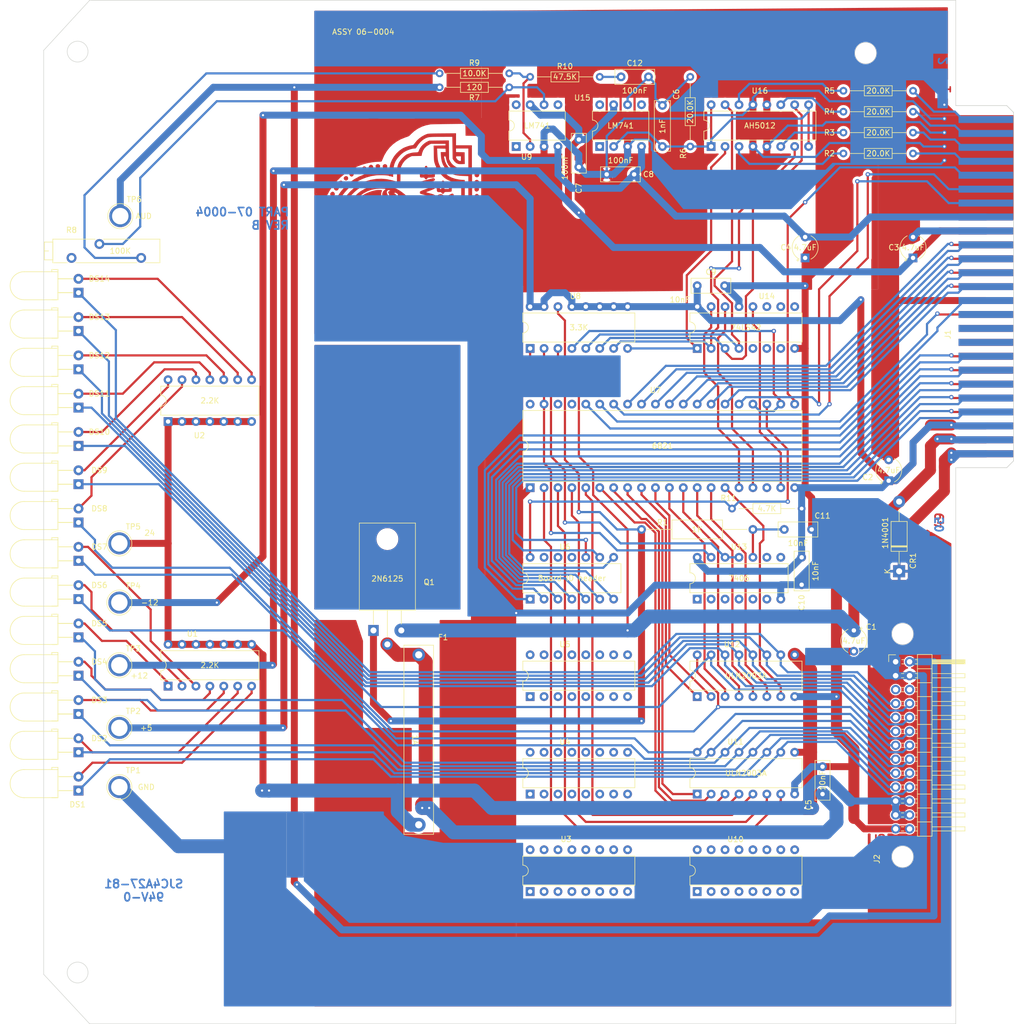
<source format=kicad_pcb>
(kicad_pcb (version 20221018) (generator pcbnew)
  (layers (0 "F.Cu" signal) (31 "B.Cu" signal) (34 "B.Paste" user) (35 "F.Paste" user) (36 "B.SilkS" user "B.Silkscreen") (37 "F.SilkS" user "F.Silkscreen") (38 "B.Mask" user) (39 "F.Mask" user) (44 "Edge.Cuts" user))
  (net 0 "")
  (net 95 "GND")
  (net 96 "BCLK")
  (net 97 "UNUSED1")
  (net 98 "R2R_audio_AGC")
  (net 99 "BGOUT_AGC")
  (net 100 "R{slash}~{W}")
  (net 101 "~{MRST}")
  (net 102 "PHI2")
  (net 103 "-12V")
  (net 104 "12V")
  (net 105 "DBB0")
  (net 106 "DBB1")
  (net 107 "DBB2")
  (net 108 "DBB3")
  (net 109 "DBB4")
  (net 110 "DBB5")
  (net 111 "DBB6")
  (net 112 "DBB7")
  (net 113 "BA0")
  (net 114 "BA1")
  (net 115 "BA2")
  (net 116 "BA3")
  (net 117 "BS11")
  (net 118 "BS12")
  (net 119 "BS13")
  (net 120 "BS1")
  (net 121 "BS2")
  (net 122 "BS3")
  (net 123 "BS4")
  (net 124 "BS5")
  (net 125 "BS6")
  (net 126 "BS7")
  (net 127 "BS8")
  (net 128 "BS9")
  (net 129 "BS10")
  (net 130 "5V")
  (net 131 "24R")
  (net 132 "24V")
  (net 133 "Net-(R2-Pad2)")
  (net 134 "Net-(R3-Pad2)")
  (net 135 "Net-(R4-Pad2)")
  (net 136 "Net-(R5-Pad2)")
  (net 137 "Net-(U15--)")
  (net 138 "Net-(C12-Pad2)")
  (net 139 "Net-(C12-Pad1)")
  (net 140 "Net-(R7-Pad2)")
  (net 141 "Net-(U9--)")
  (net 142 "AUD")
  (net 143 "Net-(R8-Pad1)")
  (net 144 "Net-(DS1-A)")
  (net 145 "Net-(DS2-A)")
  (net 146 "Net-(DS3-A)")
  (net 147 "Net-(DS4-A)")
  (net 148 "Net-(DS5-A)")
  (net 149 "Net-(DS6-A)")
  (net 150 "Net-(DS7-A)")
  (net 151 "Net-(DS8-A)")
  (net 152 "Net-(DS9-A)")
  (net 153 "Net-(DS10-A)")
  (net 154 "Net-(DS11-A)")
  (net 155 "Net-(DS12-A)")
  (net 156 "Net-(DS13-A)")
  (net 157 "Net-(DS14-A)")
  (net 158 "Net-(U14-0)")
  (net 159 "Net-(U14-1)")
  (net 160 "Net-(U14-2)")
  (net 161 "Net-(U14-3)")
  (net 162 "PB6")
  (net 163 "PB7")
  (net 164 "CB2")
  (net 165 "CS")
  (net 166 "CA2")
  (net 167 "PA0")
  (net 168 "PA1")
  (net 169 "PA2")
  (net 170 "PA3")
  (net 171 "PA4")
  (net 172 "PA5")
  (net 173 "PA6")
  (net 174 "PA7")
  (net 175 "PB0")
  (net 176 "PB1")
  (net 177 "PB2")
  (net 178 "PB3")
  (net 179 "PB4")
  (net 180 "PB5")
  (net 181 "Net-(Q1-C)")
  (net 182 "Net-(C11-Pad1)")
  (net 183 "24Vout")
  (net 184 "24Vpu")
  (net 185 "Net-(U6-Pin_14)")
  (net 186 "5Vpu")
  (net 187 "A0out")
  (net 188 "A1out")
  (net 189 "A2out")
  (net 190 "A3out")
  (net 191 "A4out")
  (net 192 "A5out")
  (net 193 "A6out")
  (net 194 "A7out")
  (net 195 "B0out")
  (net 196 "B1out")
  (net 197 "B2out")
  (net 198 "B3out")
  (net 199 "B4out")
  (net 200 "B5out")
  (footprint "Package_DIP:DIP-16_W7.62mm" (layer "F.Cu") (at 106.68 162.56 90)
    (fp_text reference "U3")
    (fp_text value "Unused DIP" hide)
  )
  (footprint "Package_DIP:DIP-14_W7.62mm" (layer "F.Cu") (at 137.16 109.22 90)
    (fp_text reference "U13")
    (fp_text value "7406")
  )
  (footprint "Capacitor_THT:C_Rect_L7.0mm_W2.5mm_P5.00mm" (layer "F.Cu") (at 156.21 101.6 -90)
    (fp_text reference "C10")
    (fp_text value "10nF")
  )
  (footprint "Evan's parts:R_Axial_DIN0204_L3.6mm_D1.6mm_P12.7mm_Horizontal" (layer "F.Cu") (at 173.99 24.13 180)
    (fp_text reference "R3")
    (fp_text value "20.0K")
  )
  (footprint "TestPoint:TestPoint_Plated_Hole_D3.0mm" (layer "F.Cu") (at 31.75 109.855)
    (fp_text reference "TP4")
    (fp_text value "-12")
  )
  (footprint "Package_DIP:DIP-16_W7.62mm" (layer "F.Cu") (at 137.16 162.56 90)
    (fp_text reference "U10")
    (fp_text value "Unused DIP" hide)
  )
  (footprint "TestPoint:TestPoint_Plated_Hole_D3.0mm" (layer "F.Cu") (at 31.75 99.06)
    (fp_text reference "TP5")
    (fp_text value "24")
  )
  (footprint "Evan's parts:CP_Radial_Tantal_D4mm_P3.81mm" (layer "F.Cu") (at 176.53 46.99 90)
    (fp_text reference "C3")
    (fp_text value "4.7uF")
  )
  (footprint "Potentiometer_THT:Potentiometer_Bourns_3005_Horizontal" (layer "F.Cu") (at 35.73 46.99)
    (fp_text reference "R8")
    (fp_text value "100K")
  )
  (footprint "TestPoint:TestPoint_Plated_Hole_D3.0mm" (layer "F.Cu") (at 31.75 132.715)
    (fp_text reference "TP2")
    (fp_text value "+5")
  )
  (footprint "Evan's parts:LED_D5.0mm_Horizontal_O3.81mm_Z15.0mm reversed" (layer "F.Cu") (at 24.3 127.635 -90)
    (fp_text reference "DS3")
    (fp_text value "LED")
  )
  (footprint "Package_DIP:DIP-14_W7.62mm" (layer "F.Cu") (at 106.68 109.22 90)
    (fp_text reference "U6")
    (fp_text value "Board ID header")
  )
  (footprint "Evan's parts:LED_D5.0mm_Horizontal_O3.81mm_Z15.0mm reversed" (layer "F.Cu") (at 24.3 64.77 -90)
    (fp_text reference "DS12")
    (fp_text value "LED")
  )
  (footprint "Capacitor_THT:C_Rect_L7.0mm_W2.5mm_P5.00mm" (layer "F.Cu") (at 115.57 25.4 -90)
    (fp_text reference "C7")
    (fp_text value "100nF")
  )
  (footprint "Capacitor_THT:C_Rect_L7.0mm_W2.5mm_P5.00mm" (layer "F.Cu") (at 153.035 96.52)
    (fp_text reference "C11")
    (fp_text value "10nF")
  )
  (footprint "Evan's parts:CP_Radial_Tantal_D4mm_P3.81mm" (layer "F.Cu") (at 165.735 114.935 -90)
    (fp_text reference "C1")
    (fp_text value "4.7uF")
  )
  (footprint "Package_DIP:DIP-16_W7.62mm" (layer "F.Cu") (at 139.7 26.67 90)
    (fp_text reference "U16")
    (fp_text value "AH5012")
  )
  (footprint "Evan's parts:R_Axial_DIN0204_L3.6mm_D1.6mm_P12.7mm_Horizontal" (layer "F.Cu") (at 92.71 15.875)
    (fp_text reference "R7")
    (fp_text value "120")
  )
  (footprint "Package_DIP:DIP-8_W7.62mm" (layer "F.Cu") (at 119.38 26.67 90)
    (fp_text reference "U15")
    (fp_text value "LM741")
  )
  (footprint "Evan's parts:R_Axial_DIN0204_L3.6mm_D1.6mm_P12.7mm_Horizontal" (layer "F.Cu") (at 173.99 16.51 180)
    (fp_text reference "R5")
    (fp_text value "20.0K")
  )
  (footprint "Capacitor_THT:C_Rect_L7.0mm_W2.5mm_P5.00mm" (layer "F.Cu") (at 120.65 31.75)
    (fp_text reference "C8")
    (fp_text value "100nF")
  )
  (footprint "Package_DIP:DIP-14_W7.62mm" (layer "F.Cu") (at 40.64 76.835 90)
    (fp_text reference "U2")
    (fp_text value "2.2K")
  )
  (footprint "Evan's parts:LED_D5.0mm_Horizontal_O3.81mm_Z15.0mm reversed" (layer "F.Cu") (at 24.3 57.785 -90)
    (fp_text reference "DS13")
    (fp_text value "LED")
  )
  (footprint "Evan's parts:LED_D5.0mm_Horizontal_O3.81mm_Z15.0mm reversed" (layer "F.Cu") (at 24.3 85.725 -90)
    (fp_text reference "DS9")
    (fp_text value "LED")
  )
  (footprint "Package_DIP:DIP-16_W7.62mm" (layer "F.Cu") (at 106.68 63.5 90)
    (fp_text reference "U8")
    (fp_text value "3.3K")
  )
  (footprint "Capacitor_THT:C_Rect_L7.0mm_W2.5mm_P5.00mm" (layer "F.Cu") (at 123.27 13.97)
    (fp_text reference "C12")
    (fp_text value "100nF")
  )
  (footprint "Resistor_THT:R_Axial_DIN0309_L9.0mm_D3.2mm_P20.32mm_Horizontal" (layer "F.Cu") (at 127 96.52)
    (fp_text reference "R1")
    (fp_text value "1K")
  )
  (footprint "Capacitor_THT:C_Rect_L7.0mm_W2.5mm_P5.00mm" (layer "F.Cu") (at 160.02 139.78 -90)
    (fp_text reference "C5")
    (fp_text value "10nF")
  )
  (footprint "Connector_PinHeader_2.54mm:PinHeader_2x13_P2.54mm_Horizontal" (layer "F.Cu") (at 173.355 120.65)
    (fp_text reference "J2")
    (fp_text value "character connector")
  )
  (footprint "Evan's parts:R_Axial_DIN0204_L3.6mm_D1.6mm_P12.7mm_Horizontal" (layer "F.Cu") (at 173.99 20.32 180)
    (fp_text reference "R4")
    (fp_text value "20.0K")
  )
  (footprint "Evan's parts:LED_D5.0mm_Horizontal_O3.81mm_Z15.0mm reversed" (layer "F.Cu") (at 24.3 113.665 -90)
    (fp_text reference "DS5")
    (fp_text value "LED")
  )
  (footprint "TestPoint:TestPoint_Plated_Hole_D3.0mm" (layer "F.Cu") (at 31.75 121.285)
    (fp_text reference "TP3")
    (fp_text value "+12")
  )
  (footprint "Package_DIP:DIP-40_W15.24mm" (layer "F.Cu") (at 106.68 88.9 90)
    (fp_text reference "U7")
    (fp_text value "6821")
  )
  (footprint "Evan's parts:LED_D5.0mm_Horizontal_O3.81mm_Z15.0mm reversed" (layer "F.Cu") (at 24.3 120.65 -90)
    (fp_text reference "DS4")
    (fp_text value "LED")
  )
  (footprint "Evan's parts:R_Axial_DIN0204_L3.6mm_D1.6mm_P12.7mm_Horizontal" (layer "F.Cu") (at 109.22 13.97)
    (fp_text reference "R10")
    (fp_text value "47.5K")
  )
  (footprint "Evan's parts:PTT white" (layer "F.Cu") (at 83.185 41.275 90)
    (fp_text reference "G***" hide)
    (fp_text value "LOGO" hide)
  )
  (footprint "Package_DIP:DIP-16_W7.62mm" (layer "F.Cu") (at 137.16 63.5 90)
    (fp_text reference "U14")
    (fp_text value "74LS42")
  )
  (footprint "Evan's parts:R_Axial_DIN0204_L3.6mm_D1.6mm_P12.7mm_Horizontal" (layer "F.Cu") (at 135.89 24.13 90)
    (fp_text reference "R6")
    (fp_text value "20.0K")
  )
  (footprint "Capacitor_THT:C_Rect_L7.0mm_W2.5mm_P5.00mm" (layer "F.Cu") (at 137.16 52.07)
    (fp_text reference "C9")
    (fp_text value "10nF")
  )
  (footprint "Package_DIP:DIP-16_W7.62mm" (layer "F.Cu") (at 106.68 144.78 90)
    (fp_text reference "U4")
    (fp_text value "Unused DIP" hide)
  )
  (footprint "Evan's parts:R_Axial_DIN0204_L3.6mm_D1.6mm_P12.7mm_Horizontal" (layer "F.Cu") (at 153.67 92.71 180)
    (fp_text reference "R11")
    (fp_text value "4.7K")
  )
  (footprint "Package_DIP:DIP-16_W7.62mm" (layer "F.Cu") (at 137.16 127 90)
    (fp_text reference "U12")
    (fp_text value "ULN2003A")
  )
  (footprint "Fuse:Fuseholder_Littelfuse_445_030_series_5x30mm" (layer "F.Cu") (at 86.36 119.38 -90)
    (fp_text reference "F1")
    (fp_text value "1A")
  )
  (footprint "Evan's parts:LED_D5.0mm_Horizontal_O3.81mm_Z15.0mm reversed" (layer "F.Cu") (at 24.3 78.74 -90)
    (fp_text reference "DS10")
    (fp_text value "LED")
  )
  (footprint "Evan's parts:CP_Radial_Tantal_D4mm_P3.81mm" (layer "F.Cu") (at 172.085 87.63 90)
    (fp_text reference "C2")
    (fp_text value "4.7uF")
  )
  (footprint "Evan's parts:LED_D5.0mm_Horizontal_O3.81mm_Z15.0mm reversed" (layer "F.Cu") (at 24.3 50.8 -90)
    (fp_text reference "DS14")
    (fp_text value "LED")
  )
  (footprint "Evan's parts:LED_D5.0mm_Horizontal_O3.81mm_Z15.0mm reversed" (layer "F.Cu") (at 24.3 71.755 -90)
    (fp_text reference "DS11")
    (fp_text value "LED")
  )
  (footprint "Evan's parts:R_Axial_DIN0204_L3.6mm_D1.6mm_P12.7mm_Horizontal" (layer "F.Cu") (at 92.71 13.335)
    (fp_text reference "R9")
    (fp_text value "10.0K")
  )
  (footprint "Evan's parts:CP_Radial_Tantal_D4mm_P3.81mm" (layer "F.Cu") (at 156.845 46.99 90)
    (fp_text reference "C4")
    (fp_text value "4.7uF")
  )
  (footprint "Evan's parts:LED_D5.0mm_Horizontal_O3.81mm_Z15.0mm reversed" (layer "F.Cu") (at 24.3 99.695 -90)
    (fp_text reference "DS7")
    (fp_text value "LED")
  )
  (footprint "TestPoint:TestPoint_Plated_Hole_D3.0mm" (layer "F.Cu") (at 31.75 143.51)
    (fp_text reference "TP1")
    (fp_text value "GND")
  )
  (footprint "TestPoint:TestPoint_Plated_Hole_D3.0mm" (layer "F.Cu") (at 31.92 39.37)
    (fp_text reference "TP6")
    (fp_text value "AUD")
  )
  (footprint "Evan's parts:Chuck_E_Cheese_small_card_edge" (layer "F.Cu") (at 189.81 21.75 90)
    (fp_text reference "J1")
    (fp_text value "card edge")
    (fp_line (start -63.5 3.81) (end -63.5 -5.49) (stroke (width 0.12)) (layer "Edge.Cuts"))
    (fp_line (start -62.23 5.08) (end -63.5 3.81) (stroke (width 0.12)) (layer "Edge.Cuts"))
    (fp_line (start -62.23 5.08) (end 1.27 5.08) (stroke (width 0.12)) (layer "Edge.Cuts"))
    (fp_line (start 2.54 3.81) (end 1.27 5.08) (stroke (width 0.12)) (layer "Edge.Cuts"))
    (fp_line (start 2.54 3.81) (end 2.54 -5.49) (stroke (width 0.12)) (layer "Edge.Cuts"))
  )
  (footprint "Package_DIP:DIP-16_W7.62mm" (layer "F.Cu") (at 106.68 127 90)
    (fp_text reference "U5")
    (fp_text value "Unused DIP" hide)
  )
  (footprint "Package_DIP:DIP-14_W7.62mm" (layer "F.Cu") (at 40.64 125.095 90)
    (fp_text reference "U1")
    (fp_text value "2.2K")
  )
  (footprint "Evan's parts:LED_D5.0mm_Horizontal_O3.81mm_Z15.0mm reversed" (layer "F.Cu") (at 24.3 141.605 -90)
    (fp_text reference "DS1")
    (fp_text value "LED")
  )
  (footprint "Diode_THT:D_DO-41_SOD81_P12.70mm_Horizontal" (layer "F.Cu") (at 173.99 104.14 90)
    (fp_text reference "CR1")
    (fp_text value "1N4001")
  )
  (footprint "Evan's parts:R_Axial_DIN0204_L3.6mm_D1.6mm_P12.7mm_Horizontal" (layer "F.Cu") (at 173.99 27.94 180)
    (fp_text reference "R2")
    (fp_text value "20.0K")
  )
  (footprint "Evan's parts:LED_D5.0mm_Horizontal_O3.81mm_Z15.0mm reversed" (layer "F.Cu") (at 24.3 134.62 -90)
    (fp_text reference "DS2")
    (fp_text value "LED")
  )
  (footprint "Evan's parts:LED_D5.0mm_Horizontal_O3.81mm_Z15.0mm reversed" (layer "F.Cu") (at 24.3 106.68 -90)
    (fp_text reference "DS6")
    (fp_text value "LED")
  )
  (footprint "Package_DIP:DIP-8_W7.62mm" (layer "F.Cu") (at 104.14 26.67 90)
    (fp_text reference "U9")
    (fp_text value "LM741")
  )
  (footprint "Capacitor_THT:C_Rect_L9.0mm_W2.7mm_P7.50mm_MKT" (layer "F.Cu") (at 130.81 26.67 90)
    (fp_text reference "C6")
    (fp_text value "1nF")
  )
  (footprint "Package_TO_SOT_THT:TO-220-3_Horizontal_TabDown" (layer "F.Cu") (at 78.105 114.935)
    (fp_text reference "Q1")
    (fp_text value "2N6125")
  )
  (footprint "Evan's parts:LED_D5.0mm_Horizontal_O3.81mm_Z15.0mm reversed" (layer "F.Cu") (at 24.3 92.71 -90)
    (fp_text reference "DS8")
    (fp_text value "LED")
  )
  (footprint "Package_DIP:DIP-16_W7.62mm" (layer "F.Cu") (at 137.16 144.78 90)
    (fp_text reference "U11")
    (fp_text value "ULN2003A")
  )
  (gr_line (start 26.34 0) (end 184.32 0) (stroke (width 0.1)) (layer "Edge.Cuts"))
  (gr_line (start 184.32 19.21) (end 184.32 0) (stroke (width 0.1)) (layer "Edge.Cuts"))
  (gr_line (start 184.32 85.25) (end 184.32 186.69) (stroke (width 0.1)) (layer "Edge.Cuts"))
  (gr_line (start 17.95 177.66) (end 26.34 186.69) (stroke (width 0.1)) (layer "Edge.Cuts"))
  (gr_line (start 17.95 177.66) (end 17.95 9.14) (stroke (width 0.1)) (layer "Edge.Cuts"))
  (gr_circle (center 24.14 9.36) (end 26.04 9.36) (stroke (width 0.1)) (fill none) (layer "Edge.Cuts"))
  (gr_circle (center 24.14 177.33) (end 26.04 177.33) (stroke (width 0.1)) (fill none) (layer "Edge.Cuts"))
  (gr_circle (center 174.625 156.21) (end 176.595 156.21) (stroke (width 0.1)) (fill none) (layer "Edge.Cuts"))
  (gr_circle (center 167.88 9.63) (end 169.85 9.63) (stroke (width 0.1)) (fill none) (layer "Edge.Cuts"))
  (gr_line (start 184.32 186.69) (end 26.34 186.69) (stroke (width 0.1)) (layer "Edge.Cuts"))
  (gr_circle (center 174.625 115.57) (end 176.595 115.57) (stroke (width 0.1)) (fill none) (layer "Edge.Cuts"))
  (gr_line (start 17.95 9.14) (end 26.34 0) (stroke (width 0.1)) (layer "Edge.Cuts"))
  (gr_text "1" (at 171.45 121.285 90) (layer "F.Cu") (effects (font (size 1.5 1.5) (thickness 0.3) bold) (justify left bottom)))
  (gr_text "25" (at 171.45 154.94 90) (layer "F.Cu") (effects (font (size 1.5 1.5) (thickness 0.3) bold) (justify left bottom)))
  (gr_text "1" (at 183.515 17.145 90) (layer "F.Cu") (effects (font (size 1.5 1.5) (thickness 0.3) bold) (justify left bottom)))
  (gr_text "49" (at 182.245 96.52 90) (layer "F.Cu") (effects (font (size 1.5 1.5) (thickness 0.3) bold) (justify left bottom)))
  (gr_text "PART 07-0004\nREV B" (at 62.865 41.91) (layer "B.Cu") (effects (font (size 1.5 1.5) (thickness 0.3) bold) (justify left bottom mirror)))
  (gr_text "SJC4A27-81\n94V-0" (at 36.195 164.465) (layer "B.Cu") (effects (font (size 1.5 1.5) (thickness 0.3) bold) (justify bottom mirror)))
  (gr_text "50" (at 182.245 93.98 90) (layer "B.Cu") (effects (font (size 1.5 1.5) (thickness 0.3) bold) (justify left bottom mirror)))
  (gr_text "2" (at 182.88 10.16 90) (layer "B.Cu") (effects (font (size 1.5 1.5) (thickness 0.3) bold) (justify left bottom mirror)))
  (gr_text "ASSY 06-0004" (at 70.485 6.35) (layer "F.SilkS") (effects (font (size 1 1)) (justify left bottom)))
  (segment (start 189.81 21.75) (end 183.675 21.75) (width 0.4) (layer "F.Cu") (net 95))
  (segment (start 154.94 63.5) (end 156.845 63.5) (width 1.27) (layer "F.Cu") (net 95))
  (segment (start 123.19 23.495) (end 120.65 23.495) (width 0.4) (layer "F.Cu") (net 95))
  (segment (start 109.22 26.67) (end 109.22 29.21) (width 1.27) (layer "F.Cu") (net 95))
  (segment (start 79.411484 20.283516) (end 76.798516 22.896484) (width 1.27) (layer "F.Cu") (net 95))
  (segment (start 156.845 63.5) (end 156.845 52.07) (width 1.27) (layer "F.Cu") (net 95))
  (segment (start 124.46 23.495) (end 123.19 23.495) (width 0.4) (layer "F.Cu") (net 95))
  (segment (start 124.46 26.67) (end 124.46 23.495) (width 1.27) (layer "F.Cu") (net 95))
  (segment (start 149.86 19.05) (end 149.86 26.67) (width 1.27) (layer "F.Cu") (net 95))
  (segment (start 158.035 96.52) (end 158.035 90.725) (width 1.27) (layer "F.Cu") (net 95))
  (segment (start 189.81 26.83) (end 183.675 26.83) (width 0.4) (layer "F.Cu") (net 95))
  (segment (start 103.41 29.21) (end 98.257032 24.057032) (width 1.27) (layer "F.Cu") (net 95))
  (segment (start 189.81 24.29) (end 183.675 24.29) (width 0.4) (layer "F.Cu") (net 95))
  (segment (start 183.675 24.29) (end 183.515 24.13) (width 0.4) (layer "F.Cu") (net 95))
  (segment (start 158.035 90.725) (end 156.845 89.535) (width 1.27) (layer "F.Cu") (net 95))
  (segment (start 124.46 26.67) (end 124.46 29.21) (width 1.27) (layer "F.Cu") (net 95))
  (segment (start 189.81 54.77) (end 172.88 54.77) (width 1.27) (layer "F.Cu") (net 95))
  (segment (start 78.105 28.575) (end 78.105 24.202968) (width 0.25) (layer "F.Cu") (net 95))
  (segment (start 189.81 29.37) (end 183.675 29.37) (width 0.4) (layer "F.Cu") (net 95))
  (segment (start 156.845 89.535) (end 156.845 63.5) (width 1.27) (layer "F.Cu") (net 95))
  (segment (start 120.65 23.495) (end 120.65 29.21) (width 0.4) (layer "F.Cu") (net 95))
  (segment (start 183.675 26.83) (end 183.515 26.67) (width 0.4) (layer "F.Cu") (net 95))
  (segment (start 183.675 21.75) (end 183.515 21.59) (width 0.4) (layer "F.Cu") (net 95))
  (segment (start 124.46 23.495) (end 125.73 23.495) (width 0.4) (layer "F.Cu") (net 95))
  (segment (start 109.22 29.21) (end 103.41 29.21) (width 1.27) (layer "F.Cu") (net 95))
  (segment (start 156.845 52.07) (end 156.845 46.99) (width 1.27) (layer "F.Cu") (net 95))
  (segment (start 147.32 19.05) (end 147.32 16.51) (width 1.27) (layer "F.Cu") (net 95))
  (segment (start 147.32 26.67) (end 147.32 29.21) (width 1.27) (layer "F.Cu") (net 95))
  (segment (start 183.675 29.37) (end 183.515 29.21) (width 0.4) (layer "F.Cu") (net 95))
  (segment (start 123.19 23.495) (end 123.19 16.51) (width 0.4) (layer "F.Cu") (net 95))
  (segment (start 149.86 19.05) (end 149.86 15.875) (width 1.27) (layer "F.Cu") (net 95))
  (segment (start 106.68 88.9) (end 104.14 91.44) (width 1.27) (layer "F.Cu") (net 95))
  (segment (start 147.32 19.05) (end 147.32 26.67) (width 1.27) (layer "F.Cu") (net 95))
  (segment (start 120.65 23.495) (end 120.65 16.51) (width 0.4) (layer "F.Cu") (net 95))
  (segment (start 125.73 23.495) (end 125.73 16.51) (width 0.4) (layer "F.Cu") (net 95))
  (segment (start 149.86 26.67) (end 149.86 29.21) (width 1.27) (layer "F.Cu") (net 95))
  (segment (start 78.105 24.202968) (end 76.798516 22.896484) (width 0.25) (layer "F.Cu") (net 95))
  (via (at 182.245 19.05) (size 0.8) (drill 0.4) (layers "F.Cu" "B.Cu") (net 95))
  (via (at 182.245 29.21) (size 0.8) (drill 0.4) (layers "F.Cu" "B.Cu") (net 95))
  (via (at 182.245 26.67) (size 0.8) (drill 0.4) (layers "F.Cu" "B.Cu") (net 95))
  (via (at 182.245 24.13) (size 0.8) (drill 0.4) (layers "F.Cu" "B.Cu") (net 95))
  (via (at 156.845 52.07) (size 0.8) (drill 0.4) (layers "F.Cu" "B.Cu") (net 95))
  (via (at 104.14 111.76) (size 0.8) (drill 0.4) (layers "F.Cu" "B.Cu") (net 95))
  (via (at 182.245 21.59) (size 0.8) (drill 0.4) (layers "F.Cu" "B.Cu") (net 95))
  (segment (start 109.855 23.495) (end 110.89724 23.495) (width 1.27) (layer "B.Cu") (net 95))
  (segment (start 160.655 31.115) (end 132.715 31.115) (width 0.4) (layer "B.Cu") (net 95))
  (segment (start 177.64 42.07) (end 176.53 43.18) (width 1.27) (layer "B.Cu") (net 95))
  (segment (start 177.8 26.035) (end 178.435 26.67) (width 0.4) (layer "B.Cu") (net 95))
  (segment (start 148.59 16.51) (end 159.385 16.51) (width 0.4) (layer "B.Cu") (net 95))
  (segment (start 57.785 154.305) (end 42.545 154.305) (width 2.54) (layer "B.Cu") (net 95))
  (segment (start 177.8 22.225) (end 179.705 24.13) (width 0.4) (layer "B.Cu") (net 95))
  (segment (start 115.57 30.4) (end 116.92 31.75) (width 1.27) (layer "B.Cu") (net 95))
  (segment (start 179.705 24.13) (end 182.245 24.13) (width 0.4) (layer "B.Cu") (net 95))
  (segment (start 135.89 21.59) (end 123.825 21.59) (width 0.4) (layer "B.Cu") (net 95))
  (segment (start 161.925 29.845) (end 160.655 31.115) (width 0.4) (layer "B.Cu") (net 95))
  (segment (start 180.975 29.845) (end 161.925 29.845) (width 0.4) (layer "B.Cu") (net 95))
  (segment (start 144.78 54.69) (end 142.16 52.07) (width 1.27) (layer "B.Cu") (net 95))
  (segment (start 124.46 111.76) (end 104.14 111.76) (width 1.27) (layer "B.Cu") (net 95))
  (segment (start 129.54 106.68) (end 124.46 111.76) (width 1.27) (layer "B.Cu") (net 95))
  (segment (start 153.67 22.86) (end 160.02 22.86) (width 0.4) (layer "B.Cu") (net 95))
  (segment (start 147.32 19.05) (end 145.415 20.955) (width 0.4) (layer "B.Cu") (net 95))
  (segment (start 159.385 16.51) (end 161.29 18.415) (width 0.4) (layer "B.Cu") (net 95))
  (segment (start 125.73 25.4) (end 124.46 26.67) (width 0.4) (layer "B.Cu") (net 95))
  (segment (start 142.16 52.07) (end 156.845 52.07) (width 1.27) (layer "B.Cu") (net 95))
  (segment (start 182.245 29.21) (end 181.61 29.845) (width 0.4) (layer "B.Cu") (net 95))
  (segment (start 160.02 22.86) (end 160.655 22.225) (width 0.4) (layer "B.Cu") (net 95))
  (segment (start 144.78 55.88) (end 144.78 54.69) (width 1.27) (layer "B.Cu") (net 95))
  (segment (start 161.29 18.415) (end 176.53 18.415) (width 0.4) (layer "B.Cu") (net 95))
  (segment (start 145.415 20.955) (end 136.525 20.955) (width 0.4) (layer "B.Cu") (net 95))
  (segment (start 158.75 28.575) (end 161.29 26.035) (width 0.4) (layer "B.Cu") (net 95))
  (segment (start 109.22 24.13) (end 109.855 23.495) (width 1.27) (layer "B.Cu") (net 95))
  (segment (start 132.715 31.115) (end 128.905 27.305) (width 0.4) (layer "B.Cu") (net 95))
  (segment (start 136.525 20.955) (end 135.89 21.59) (width 0.4) (layer "B.Cu") (net 95))
  (segment (start 116.92 31.75) (end 120.65 31.75) (width 1.27) (layer "B.Cu") (net 95))
  (segment (start 156.21 106.6) (end 152.48 106.6) (width 1.27) (layer "B.Cu") (net 95))
  (segment (start 152.4 109.22) (end 152.4 106.68) (width 1.27) (layer "B.Cu") (net 95))
  (segment (start 42.545 154.305) (end 31.75 143.51) (width 2.54) (layer "B.Cu") (net 95))
  (segment (start 173.355 123.19) (end 175.895 123.19) (width 1.27) (layer "B.Cu") (net 95))
  (segment (start 189.81 42.07) (end 177.64 42.07) (width 1.27) (layer "B.Cu") (net 95))
  (segment (start 147.32 26.67) (end 149.225 28.575) (width 0.4) (layer "B.Cu") (net 95))
  (segment (start 160.655 22.225) (end 177.8 22.225) (width 0.4) (layer "B.Cu") (net 95))
  (segment (start 123.825 21.59) (end 120.65 24.765) (width 0.4) (layer "B.Cu") (net 95))
  (segment (start 178.435 123.19) (end 178.435 153.67) (width 1.27) (layer "B.Cu") (net 95))
  (segment (start 109.22 26.67) (end 109.22 24.13) (width 1.27) (layer "B.Cu") (net 95))
  (segment (start 128.905 27.305) (end 128.905 26.035) (width 0.4) (layer "B.Cu") (net 95))
  (segment (start 178.435 26.67) (end 182.245 26.67) (width 0.4) (layer "B.Cu") (net 95))
  (segment (start 147.32 17.78) (end 148.59 16.51) (width 0.4) (layer "B.Cu") (net 95))
  (segment (start 176.53 18.415) (end 179.705 21.59) (width 0.4) (layer "B.Cu") (net 95))
  (segment (start 121.92 31.75) (end 124.46 29.21) (width 1.27) (layer "B.Cu") (net 95))
  (segment (start 181.61 29.845) (end 180.975 29.845) (width 0.4) (layer "B.Cu") (net 95))
  (segment (start 152.4 106.68) (end 129.54 106.68) (width 1.27) (layer "B.Cu") (net 95))
  (segment (start 110.89724 23.495) (end 115.57 28.16776) (width 1.27) (layer "B.Cu") (net 95))
  (segment (start 175.895 123.19) (end 178.435 123.19) (width 1.27) (layer "B.Cu") (net 95))
  (segment (start 128.27 25.4) (end 125.73 25.4) (width 0.4) (layer "B.Cu") (net 95))
  (segment (start 179.705 21.59) (end 182.245 21.59) (width 0.4) (layer "B.Cu") (net 95))
  (segment (start 149.86 26.67) (end 153.67 22.86) (width 0.4) (layer "B.Cu") (net 95))
  (segment (start 161.29 26.035) (end 177.8 26.035) (width 0.4) (layer "B.Cu") (net 95))
  (segment (start 149.225 28.575) (end 158.75 28.575) (width 0.4) (layer "B.Cu") (net 95))
  (segment (start 124.46 29.21) (end 124.46 26.67) (width 1.27) (layer "B.Cu") (net 95))
  (segment (start 120.65 24.765) (end 120.65 31.75) (width 0.4) (layer "B.Cu") (net 95))
  (segment (start 152.48 106.6) (end 152.4 106.68) (width 1.27) (layer "B.Cu") (net 95))
  (segment (start 128.905 26.035) (end 128.27 25.4) (width 0.4) (layer "B.Cu") (net 95))
  (segment (start 120.65 31.75) (end 121.92 31.75) (width 1.27) (layer "B.Cu") (net 95))
  (segment (start 147.32 19.05) (end 147.32 17.78) (width 0.4) (layer "B.Cu") (net 95))
  (segment (start 115.57 28.16776) (end 115.57 30.4) (width 1.27) (layer "B.Cu") (net 95))
  (segment (start 184.15 20.32) (end 180.34 20.32) (width 0.4) (layer "B.Cu") (net 96))
  (segment (start 180.34 20.32) (end 176.53 16.51) (width 0.4) (layer "B.Cu") (net 96))
  (segment (start 185.58 21.75) (end 184.15 20.32) (width 0.4) (layer "B.Cu") (net 96))
  (segment (start 189.81 21.75) (end 185.58 21.75) (width 0.4) (layer "B.Cu") (net 96))
  (segment (start 176.53 20.32) (end 177.165 20.32) (width 0.4) (layer "B.Cu") (net 97))
  (segment (start 189.81 24.29) (end 185.58 24.29) (width 0.4) (layer "B.Cu") (net 97))
  (segment (start 185.58 24.29) (end 184.15 22.86) (width 0.4) (layer "B.Cu") (net 97))
  (segment (start 177.165 20.32) (end 179.705 22.86) (width 0.4) (layer "B.Cu") (net 97))
  (segment (start 184.15 22.86) (end 179.705 22.86) (width 0.4) (layer "B.Cu") (net 97))
  (segment (start 178.435 24.13) (end 179.705 25.4) (width 0.4) (layer "B.Cu") (net 98))
  (segment (start 176.53 24.13) (end 178.435 24.13) (width 0.4) (layer "B.Cu") (net 98))
  (segment (start 184.15 25.4) (end 185.58 26.83) (width 0.4) (layer "B.Cu") (net 98))
  (segment (start 179.705 25.4) (end 184.15 25.4) (width 0.4) (layer "B.Cu") (net 98))
  (segment (start 185.58 26.83) (end 189.81 26.83) (width 0.4) (layer "B.Cu") (net 98))
  (segment (start 189.81 29.37) (end 185.58 29.37) (width 0.4) (layer "B.Cu") (net 99))
  (segment (start 184.15 27.94) (end 176.53 27.94) (width 0.4) (layer "B.Cu") (net 99))
  (segment (start 185.58 29.37) (end 184.15 27.94) (width 0.4) (layer "B.Cu") (net 99))
  (segment (start 154.94 73.025) (end 154.94 73.66) (width 0.4) (layer "F.Cu") (net 100))
  (segment (start 153.67 71.755) (end 154.94 73.025) (width 0.4) (layer "F.Cu") (net 100))
  (segment (start 156.845 36.83) (end 153.67 40.005) (width 0.4) (layer "F.Cu") (net 100))
  (segment (start 153.67 40.005) (end 153.67 71.755) (width 0.4) (layer "F.Cu") (net 100))
  (via (at 156.845 36.83) (size 0.8) (drill 0.4) (layers "F.Cu" "B.Cu") (net 100))
  (segment (start 163.195 30.48) (end 184.15 30.48) (width 0.4) (layer "B.Cu") (net 100))
  (segment (start 185.58 31.91) (end 189.81 31.91) (width 0.4) (layer "B.Cu") (net 100))
  (segment (start 184.15 30.48) (end 185.58 31.91) (width 0.4) (layer "B.Cu") (net 100))
  (segment (start 156.845 36.83) (end 163.195 30.48) (width 0.4) (layer "B.Cu") (net 100))
  (segment (start 168.275 31.75) (end 168.275 46.99) (width 0.4) (layer "F.Cu") (net 101))
  (segment (start 168.275 46.99) (end 161.29 53.975) (width 0.4) (layer "F.Cu") (net 101))
  (segment (start 161.29 73.66) (end 161.29 53.975) (width 0.4) (layer "F.Cu") (net 101))
  (via (at 161.29 73.66) (size 0.8) (drill 0.4) (layers "F.Cu" "B.Cu") (net 101))
  (via (at 168.275 31.75) (size 0.8) (drill 0.4) (layers "F.Cu" "B.Cu") (net 101))
  (segment (start 159.385 75.565) (end 161.29 73.66) (width 0.4) (layer "B.Cu") (net 101))
  (segment (start 180.34 31.75) (end 168.275 31.75) (width 0.4) (layer "B.Cu") (net 101))
  (segment (start 121.92 73.66) (end 123.825 75.565) (width 0.4) (layer "B.Cu") (net 101))
  (segment (start 189.81 34.45) (end 183.04 34.45) (width 0.4) (layer "B.Cu") (net 101))
  (segment (start 183.04 34.45) (end 180.34 31.75) (width 0.4) (layer "B.Cu") (net 101))
  (segment (start 123.825 75.565) (end 159.385 75.565) (width 0.4) (layer "B.Cu") (net 101))
  (segment (start 159.385 52.705) (end 159.385 73.66) (width 0.4) (layer "F.Cu") (net 102))
  (segment (start 166.37 45.72) (end 159.385 52.705) (width 0.4) (layer "F.Cu") (net 102))
  (segment (start 166.37 33.02) (end 166.37 45.72) (width 0.4) (layer "F.Cu") (net 102))
  (via (at 166.37 33.02) (size 0.8) (drill 0.4) (layers "F.Cu" "B.Cu") (net 102))
  (via (at 159.385 73.66) (size 0.8) (drill 0.4) (layers "F.Cu" "B.Cu") (net 102))
  (segment (start 189.81 36.99) (end 183.04 36.99) (width 0.4) (layer "B.Cu") (net 102))
  (segment (start 144.78 73.66) (end 146.05 72.39) (width 0.4) (layer "B.Cu") (net 102))
  (segment (start 183.04 36.99) (end 179.07 33.02) (width 0.4) (layer "B.Cu") (net 102))
  (segment (start 146.05 72.39) (end 158.115 72.39) (width 0.4) (layer "B.Cu") (net 102))
  (segment (start 179.07 33.02) (end 166.37 33.02) (width 0.4) (layer "B.Cu") (net 102))
  (segment (start 158.115 72.39) (end 159.385 73.66) (width 0.4) (layer "B.Cu") (net 102))
  (segment (start 57.955 101.43) (end 57.955 20.955) (width 1.27) (layer "F.Cu") (net 103))
  (segment (start 49.53 109.855) (end 57.955 101.43) (width 1.27) (layer "F.Cu") (net 103))
  (via (at 57.955 20.955) (size 0.8) (drill 0.4) (layers "F.Cu" "B.Cu") (net 103))
  (via (at 49.53 109.855) (size 0.8) (drill 0.4) (layers "F.Cu" "B.Cu") (net 103))
  (segment (start 127 30.4) (end 125.65 31.75) (width 1.27) (layer "B.Cu") (net 103))
  (segment (start 189.81 39.53) (end 168.75 39.53) (width 1.27) (layer "B.Cu") (net 103))
  (segment (start 153.035 39.37) (end 133.27 39.37) (width 1.27) (layer "B.Cu") (net 103))
  (segment (start 133.27 39.37) (end 125.65 31.75) (width 1.27) (layer "B.Cu") (net 103))
  (segment (start 97.79 27.94) (end 97.79 24.765) (width 1.27) (layer "B.Cu") (net 103))
  (segment (start 123.11 34.29) (end 125.65 31.75) (width 1.27) (layer "B.Cu") (net 103))
  (segment (start 31.92 109.855) (end 49.53 109.855) (width 1.27) (layer "B.Cu") (net 103))
  (segment (start 111.76 26.67) (end 111.76 29.21) (width 1.27) (layer "B.Cu") (net 103))
  (segment (start 111.76 29.21) (end 99.06 29.21) (width 1.27) (layer "B.Cu") (net 103))
  (segment (start 57.955 20.955) (end 93.98 20.955) (width 1.27) (layer "B.Cu") (net 103))
  (segment (start 99.06 29.21) (end 97.79 27.94) (width 1.27) (layer "B.Cu") (net 103))
  (segment (start 111.76 31.75) (end 114.3 34.29) (width 1.27) (layer "B.Cu") (net 103))
  (segment (start 127 26.67) (end 127 30.4) (width 1.27) (layer "B.Cu") (net 103))
  (segment (start 165.1 43.18) (end 156.845 43.18) (width 1.27) (layer "B.Cu") (net 103))
  (segment (start 168.75 39.53) (end 165.1 43.18) (width 1.27) (layer "B.Cu") (net 103))
  (segment (start 156.845 43.18) (end 153.035 39.37) (width 1.27) (layer "B.Cu") (net 103))
  (segment (start 97.79 24.765) (end 93.98 20.955) (width 1.27) (layer "B.Cu") (net 103))
  (segment (start 111.76 29.21) (end 111.76 31.75) (width 1.27) (layer "B.Cu") (net 103))
  (segment (start 114.3 34.29) (end 123.11 34.29) (width 1.27) (layer "B.Cu") (net 103))
  (segment (start 59.86 121.115) (end 59.69 121.285) (width 1.27) (layer "F.Cu") (net 104))
  (segment (start 115.57 25.4) (end 113.665 27.305) (width 1.27) (layer "F.Cu") (net 104))
  (segment (start 113.665 36.83) (end 115.57 38.735) (width 1.27) (layer "F.Cu") (net 104))
  (segment (start 59.86 31.115) (end 59.86 121.115) (width 1.27) (layer "F.Cu") (net 104))
  (segment (start 181.45 42.07) (end 189.81 42.07) (width 1.27) (layer "F.Cu") (net 104))
  (segment (start 113.665 27.305) (end 113.665 36.83) (width 1.27) (layer "F.Cu") (net 104))
  (segment (start 176.53 46.99) (end 181.45 42.07) (width 1.27) (layer "F.Cu") (net 104))
  (via (at 59.86 31.115) (size 0.8) (drill 0.4) (layers "F.Cu" "B.Cu") (net 104))
  (via (at 115.57 38.735) (size 0.8) (drill 0.4) (layers "F.Cu" "B.Cu") (net 104))
  (via (at 59.69 121.285) (size 0.8) (drill 0.4) (layers "F.Cu" "B.Cu") (net 104))
  (segment (start 115.57 23.495) (end 113.03 20.955) (width 1.27) (layer "B.Cu") (net 104))
  (segment (start 107.95 31.115) (end 121.92 45.085) (width 1.27) (layer "B.Cu") (net 104))
  (segment (start 59.86 31.115) (end 107.95 31.115) (width 1.27) (layer "B.Cu") (net 104))
  (segment (start 153.035 49.53) (end 173.99 49.53) (width 1.27) (layer "B.Cu") (net 104))
  (segment (start 148.59 45.085) (end 153.035 49.53) (width 1.27) (layer "B.Cu") (net 104))
  (segment (start 108.585 20.955) (end 106.68 19.05) (width 1.27) (layer "B.Cu") (net 104))
  (segment (start 115.57 25.4) (end 116.84 25.4) (width 1.27) (layer "B.Cu") (net 104))
  (segment (start 116.84 25.4) (end 121.92 20.32) (width 1.27) (layer "B.Cu") (net 104))
  (segment (start 113.03 20.955) (end 108.585 20.955) (width 1.27) (layer "B.Cu") (net 104))
  (segment (start 121.92 19.05) (end 121.92 20.32) (width 1.27) (layer "B.Cu") (net 104))
  (segment (start 115.57 25.4) (end 115.57 23.495) (width 1.27) (layer "B.Cu") (net 104))
  (segment (start 31.92 121.285) (end 59.69 121.285) (width 1.27) (layer "B.Cu") (net 104))
  (segment (start 121.92 45.085) (end 148.59 45.085) (width 1.27) (layer "B.Cu") (net 104))
  (segment (start 173.99 49.53) (end 176.53 46.99) (width 1.27) (layer "B.Cu") (net 104))
  (segment (start 183.675 44.61) (end 183.515 44.45) (width 0.4) (layer "F.Cu") (net 105))
  (segment (start 189.81 44.61) (end 183.675 44.61) (width 0.4) (layer "F.Cu") (net 105))
  (via (at 183.515 44.45) (size 0.8) (drill 0.4) (layers "F.Cu" "B.Cu") (net 105))
  (segment (start 131.445 66.675) (end 124.46 73.66) (width 0.4) (layer "B.Cu") (net 105))
  (segment (start 182.88 44.45) (end 160.655 66.675) (width 0.4) (layer "B.Cu") (net 105))
  (segment (start 160.655 66.675) (end 131.445 66.675) (width 0.4) (layer "B.Cu") (net 105))
  (segment (start 183.515 44.45) (end 182.88 44.45) (width 0.4) (layer "B.Cu") (net 105))
  (segment (start 133.35 67.31) (end 127 73.66) (width 0.4) (layer "B.Cu") (net 106))
  (segment (start 185.895 44.61) (end 184.785 45.72) (width 0.4) (layer "B.Cu") (net 106))
  (segment (start 189.81 44.61) (end 185.895 44.61) (width 0.4) (layer "B.Cu") (net 106))
  (segment (start 184.785 45.72) (end 182.88 45.72) (width 0.4) (layer "B.Cu") (net 106))
  (segment (start 161.29 67.31) (end 133.35 67.31) (width 0.4) (layer "B.Cu") (net 106))
  (segment (start 182.88 45.72) (end 161.29 67.31) (width 0.4) (layer "B.Cu") (net 106))
  (segment (start 183.675 47.15) (end 183.515 46.99) (width 0.4) (layer "F.Cu") (net 107))
  (segment (start 189.81 47.15) (end 183.675 47.15) (width 0.4) (layer "F.Cu") (net 107))
  (via (at 183.515 46.99) (size 0.8) (drill 0.4) (layers "F.Cu" "B.Cu") (net 107))
  (segment (start 135.255 67.945) (end 129.54 73.66) (width 0.4) (layer "B.Cu") (net 107))
  (segment (start 182.88 46.99) (end 161.925 67.945) (width 0.4) (layer "B.Cu") (net 107))
  (segment (start 161.925 67.945) (end 135.255 67.945) (width 0.4) (layer "B.Cu") (net 107))
  (segment (start 183.515 46.99) (end 182.88 46.99) (width 0.4) (layer "B.Cu") (net 107))
  (segment (start 184.785 48.26) (end 182.88 48.26) (width 0.4) (layer "B.Cu") (net 108))
  (segment (start 162.525 68.615) (end 137.125 68.615) (width 0.4) (layer "B.Cu") (net 108))
  (segment (start 185.895 47.15) (end 184.785 48.26) (width 0.4) (layer "B.Cu") (net 108))
  (segment (start 189.81 47.15) (end 185.895 47.15) (width 0.4) (layer "B.Cu") (net 108))
  (segment (start 182.88 48.26) (end 162.525 68.615) (width 0.4) (layer "B.Cu") (net 108))
  (segment (start 137.125 68.615) (end 132.08 73.66) (width 0.4) (layer "B.Cu") (net 108))
  (segment (start 183.675 49.69) (end 183.515 49.53) (width 0.4) (layer "F.Cu") (net 109))
  (segment (start 189.81 49.69) (end 183.675 49.69) (width 0.4) (layer "F.Cu") (net 109))
  (via (at 183.515 49.53) (size 0.8) (drill 0.4) (layers "F.Cu" "B.Cu") (net 109))
  (segment (start 163.195 69.215) (end 139.065 69.215) (width 0.4) (layer "B.Cu") (net 109))
  (segment (start 183.515 49.53) (end 182.88 49.53) (width 0.4) (layer "B.Cu") (net 109))
  (segment (start 182.88 49.53) (end 163.195 69.215) (width 0.4) (layer "B.Cu") (net 109))
  (segment (start 139.065 69.215) (end 134.62 73.66) (width 0.4) (layer "B.Cu") (net 109))
  (segment (start 189.81 49.69) (end 185.895 49.69) (width 0.4) (layer "B.Cu") (net 110))
  (segment (start 185.895 49.69) (end 184.785 50.8) (width 0.4) (layer "B.Cu") (net 110))
  (segment (start 140.97 69.85) (end 137.16 73.66) (width 0.4) (layer "B.Cu") (net 110))
  (segment (start 163.83 69.85) (end 140.97 69.85) (width 0.4) (layer "B.Cu") (net 110))
  (segment (start 182.88 50.8) (end 163.83 69.85) (width 0.4) (layer "B.Cu") (net 110))
  (segment (start 184.785 50.8) (end 182.88 50.8) (width 0.4) (layer "B.Cu") (net 110))
  (segment (start 189.81 52.23) (end 183.675 52.23) (width 0.4) (layer "F.Cu") (net 111))
  (segment (start 183.675 52.23) (end 183.515 52.07) (width 0.4) (layer "F.Cu") (net 111))
  (via (at 183.515 52.07) (size 0.8) (drill 0.4) (layers "F.Cu" "B.Cu") (net 111))
  (segment (start 142.875 70.485) (end 139.7 73.66) (width 0.4) (layer "B.Cu") (net 111))
  (segment (start 183.515 52.07) (end 182.88 52.07) (width 0.4) (layer "B.Cu") (net 111))
  (segment (start 164.465 70.485) (end 142.875 70.485) (width 0.4) (layer "B.Cu") (net 111))
  (segment (start 182.88 52.07) (end 164.465 70.485) (width 0.4) (layer "B.Cu") (net 111))
  (segment (start 185.895 52.23) (end 184.785 53.34) (width 0.4) (layer "B.Cu") (net 112))
  (segment (start 165.1 71.12) (end 144.78 71.12) (width 0.4) (layer "B.Cu") (net 112))
  (segment (start 184.785 53.34) (end 182.88 53.34) (width 0.4) (layer "B.Cu") (net 112))
  (segment (start 182.88 53.34) (end 165.1 71.12) (width 0.4) (layer "B.Cu") (net 112))
  (segment (start 144.78 71.12) (end 142.24 73.66) (width 0.4) (layer "B.Cu") (net 112))
  (segment (start 189.81 52.23) (end 185.895 52.23) (width 0.4) (layer "B.Cu") (net 112))
  (segment (start 121.285 78.105) (end 116.84 73.66) (width 0.4) (layer "B.Cu") (net 113))
  (segment (start 180.975 59.69) (end 180.975 60.325) (width 0.4) (layer "B.Cu") (net 113))
  (segment (start 185.26 55.405) (end 180.975 59.69) (width 0.4) (layer "B.Cu") (net 113))
  (segment (start 189.81 54.77) (end 185.26 54.77) (width 0.4) (layer "B.Cu") (net 113))
  (segment (start 180.975 60.325) (end 163.195 78.105) (width 0.4) (layer "B.Cu") (net 113))
  (segment (start 163.195 78.105) (end 121.285 78.105) (width 0.4) (layer "B.Cu") (net 113))
  (segment (start 185.26 54.77) (end 185.26 55.405) (width 0.4) (layer "B.Cu") (net 113))
  (segment (start 180.975 57.15) (end 181.135 57.31) (width 0.4) (layer "F.Cu") (net 114))
  (segment (start 181.135 57.31) (end 189.81 57.31) (width 0.4) (layer "F.Cu") (net 114))
  (via (at 180.975 57.15) (size 0.8) (drill 0.4) (layers "F.Cu" "B.Cu") (net 114))
  (segment (start 179.07 59.055) (end 180.975 57.15) (width 0.4) (layer "B.Cu") (net 114))
  (segment (start 122.555 76.835) (end 163.195 76.835) (width 0.4) (layer "B.Cu") (net 114))
  (segment (start 179.07 60.96) (end 179.07 59.055) (width 0.4) (layer "B.Cu") (net 114))
  (segment (start 119.38 73.66) (end 122.555 76.835) (width 0.4) (layer "B.Cu") (net 114))
  (segment (start 163.195 76.835) (end 179.07 60.96) (width 0.4) (layer "B.Cu") (net 114))
  (segment (start 189.81 64.93) (end 183.675 64.93) (width 0.4) (layer "F.Cu") (net 120))
  (segment (start 183.675 64.93) (end 183.515 64.77) (width 0.4) (layer "F.Cu") (net 120))
  (via (at 183.515 64.77) (size 0.8) (drill 0.4) (layers "F.Cu" "B.Cu") (net 120))
  (segment (start 98.425 103.505) (end 104.14 109.22) (width 0.4) (layer "B.Cu") (net 120))
  (segment (start 104.775 79.375) (end 98.425 85.725) (width 0.4) (layer "B.Cu") (net 120))
  (segment (start 98.425 85.725) (end 98.425 103.505) (width 0.4) (layer "B.Cu") (net 120))
  (segment (start 183.515 64.77) (end 177.8 64.77) (width 0.4) (layer "B.Cu") (net 120))
  (segment (start 104.14 109.22) (end 106.68 109.22) (width 0.4) (layer "B.Cu") (net 120))
  (segment (start 177.8 64.77) (end 163.195 79.375) (width 0.4) (layer "B.Cu") (net 120))
  (segment (start 163.195 79.375) (end 104.775 79.375) (width 0.4) (layer "B.Cu") (net 120))
  (segment (start 163.195 80.645) (end 104.775 80.645) (width 0.4) (layer "B.Cu") (net 121))
  (segment (start 107.315 107.315) (end 109.22 109.22) (width 0.4) (layer "B.Cu") (net 121))
  (segment (start 189.81 64.93) (end 185.895 64.93) (width 0.4) (layer "B.Cu") (net 121))
  (segment (start 99.06 86.36) (end 99.06 102.87) (width 0.4) (layer "B.Cu") (net 121))
  (segment (start 103.505 107.315) (end 107.315 107.315) (width 0.4) (layer "B.Cu") (net 121))
  (segment (start 177.8 66.04) (end 163.195 80.645) (width 0.4) (layer "B.Cu") (net 121))
  (segment (start 104.775 80.645) (end 99.06 86.36) (width 0.4) (layer "B.Cu") (net 121))
  (segment (start 184.785 66.04) (end 177.8 66.04) (width 0.4) (layer "B.Cu") (net 121))
  (segment (start 99.06 102.87) (end 103.505 107.315) (width 0.4) (layer "B.Cu") (net 121))
  (segment (start 185.895 64.93) (end 184.785 66.04) (width 0.4) (layer "B.Cu") (net 121))
  (segment (start 183.675 67.47) (end 183.515 67.31) (width 0.4) (layer "F.Cu") (net 122))
  (segment (start 189.81 67.47) (end 183.675 67.47) (width 0.4) (layer "F.Cu") (net 122))
  (via (at 183.515 67.31) (size 0.8) (drill 0.4) (layers "F.Cu" "B.Cu") (net 122))
  (segment (start 99.695 86.995) (end 99.695 102.235) (width 0.4) (layer "B.Cu") (net 122))
  (segment (start 177.8 67.31) (end 163.195 81.915) (width 0.4) (layer "B.Cu") (net 122))
  (segment (start 99.695 102.235) (end 104.14 106.68) (width 0.4) (layer "B.Cu") (net 122))
  (segment (start 104.775 81.915) (end 99.695 86.995) (width 0.4) (layer "B.Cu") (net 122))
  (segment (start 183.515 67.31) (end 177.8 67.31) (width 0.4) (layer "B.Cu") (net 122))
  (segment (start 109.22 106.68) (end 111.76 109.22) (width 0.4) (layer "B.Cu") (net 122))
  (segment (start 163.195 81.915) (end 104.775 81.915) (width 0.4) (layer "B.Cu") (net 122))
  (segment (start 104.14 106.68) (end 109.22 106.68) (width 0.4) (layer "B.Cu") (net 122))
  (segment (start 189.81 67.47) (end 185.895 67.47) (width 0.4) (layer "B.Cu") (net 123))
  (segment (start 184.785 68.58) (end 177.8 68.58) (width 0.4) (layer "B.Cu") (net 123))
  (segment (start 111.125 106.045) (end 114.3 109.22) (width 0.4) (layer "B.Cu") (net 123))
  (segment (start 100.47 101.959112) (end 104.555888 106.045) (width 0.4) (layer "B.Cu") (net 123))
  (segment (start 100.47 87.478832) (end 100.47 101.959112) (width 0.4) (layer "B.Cu") (net 123))
  (segment (start 104.775 83.185) (end 104.035 83.925) (width 0.4) (layer "B.Cu") (net 123))
  (segment (start 177.8 68.58) (end 163.195 83.185) (width 0.4) (layer "B.Cu") (net 123))
  (segment (start 104.023832 83.925) (end 100.47 87.478832) (width 0.4) (layer "B.Cu") (net 123))
  (segment (start 185.895 67.47) (end 184.785 68.58) (width 0.4) (layer "B.Cu") (net 123))
  (segment (start 163.195 83.185) (end 104.775 83.185) (width 0.4) (layer "B.Cu") (net 123))
  (segment (start 104.035 83.925) (end 104.023832 83.925) (width 0.4) (layer "B.Cu") (net 123))
  (segment (start 104.555888 106.045) (end 111.125 106.045) (width 0.4) (layer "B.Cu") (net 123))
  (segment (start 189.81 70.01) (end 183.675 70.01) (width 0.4) (layer "F.Cu") (net 124))
  (segment (start 183.675 70.01) (end 183.515 69.85) (width 0.4) (layer "F.Cu") (net 124))
  (via (at 183.515 69.85) (size 0.8) (drill 0.4) (layers "F.Cu" "B.Cu") (net 124))
  (segment (start 104.769416 105.41) (end 113.03 105.41) (width 0.4) (layer "B.Cu") (net 124))
  (segment (start 101.07 101.710584) (end 104.769416 105.41) (width 0.4) (layer "B.Cu") (net 124))
  (segment (start 183.515 69.85) (end 177.8 69.85) (width 0.4) (layer "B.Cu") (net 124))
  (segment (start 113.03 105.41) (end 116.84 109.22) (width 0.4) (layer "B.Cu") (net 124))
  (segment (start 163.125 84.525) (end 104.27236 84.525) (width 0.4) (layer "B.Cu") (net 124))
  (segment (start 101.07 87.72736) (end 101.07 101.710584) (width 0.4) (layer "B.Cu") (net 124))
  (segment (start 177.8 69.85) (end 163.125 84.525) (width 0.4) (layer "B.Cu") (net 124))
  (segment (start 104.27236 84.525) (end 101.07 87.72736) (width 0.4) (layer "B.Cu") (net 124))
  (segment (start 184.785 71.12) (end 177.8 71.12) (width 0.4) (layer "B.Cu") (net 125))
  (segment (start 189.81 70.01) (end 185.895 70.01) (width 0.4) (layer "B.Cu") (net 125))
  (segment (start 163.83 85.09) (end 163.83 85.125) (width 0.4) (layer "B.Cu") (net 125))
  (segment (start 114.935 104.775) (end 119.38 109.22) (width 0.4) (layer "B.Cu") (net 125))
  (segment (start 104.982944 104.775) (end 114.935 104.775) (width 0.4) (layer "B.Cu") (net 125))
  (segment (start 101.67 87.975888) (end 101.67 101.462056) (width 0.4) (layer "B.Cu") (net 125))
  (segment (start 104.520888 85.125) (end 101.67 87.975888) (width 0.4) (layer "B.Cu") (net 125))
  (segment (start 177.8 71.12) (end 163.83 85.09) (width 0.4) (layer "B.Cu") (net 125))
  (segment (start 163.83 85.125) (end 104.520888 85.125) (width 0.4) (layer "B.Cu") (net 125))
  (segment (start 101.67 101.462056) (end 104.982944 104.775) (width 0.4) (layer "B.Cu") (net 125))
  (segment (start 185.895 70.01) (end 184.785 71.12) (width 0.4) (layer "B.Cu") (net 125))
  (segment (start 189.81 72.55) (end 183.675 72.55) (width 0.4) (layer "F.Cu") (net 126))
  (segment (start 183.675 72.55) (end 183.515 72.39) (width 0.4) (layer "F.Cu") (net 126))
  (via (at 183.515 72.39) (size 0.8) (drill 0.4) (layers "F.Cu" "B.Cu") (net 126))
  (segment (start 183.515 72.39) (end 177.8 72.39) (width 0.4) (layer "B.Cu") (net 126))
  (segment (start 164.465 85.725) (end 104.769416 85.725) (width 0.4) (layer "B.Cu") (net 126))
  (segment (start 177.8 72.39) (end 164.465 85.725) (width 0.4) (layer "B.Cu") (net 126))
  (segment (start 104.769416 85.725) (end 102.27 88.224416) (width 0.4) (layer "B.Cu") (net 126))
  (segment (start 102.27 101.213528) (end 105.196472 104.14) (width 0.4) (layer "B.Cu") (net 126))
  (segment (start 102.27 88.224416) (end 102.27 101.213528) (width 0.4) (layer "B.Cu") (net 126))
  (segment (start 105.196472 104.14) (end 116.84 104.14) (width 0.4) (layer "B.Cu") (net 126))
  (segment (start 116.84 104.14) (end 121.92 109.22) (width 0.4) (layer "B.Cu") (net 126))
  (segment (start 189.81 72.55) (end 185.895 72.55) (width 0.4) (layer "B.Cu") (net 127))
  (segment (start 120.015 103.505) (end 121.92 101.6) (width 0.4) (layer "B.Cu") (net 127))
  (segment (start 185.895 72.55) (end 184.785 73.66) (width 0.4) (layer "B.Cu") (net 127))
  (segment (start 102.87 100.965) (end 105.41 103.505) (width 0.4) (layer "B.Cu") (net 127))
  (segment (start 104.912944 86.43) (end 102.87 88.472944) (width 0.4) (layer "B.Cu") (net 127))
  (segment (start 184.785 73.66) (end 177.8 73.66) (width 0.4) (layer "B.Cu") (net 127))
  (segment (start 165.03 86.43) (end 104.912944 86.43) (width 0.4) (layer "B.Cu") (net 127))
  (segment (start 177.8 73.66) (end 165.03 86.43) (width 0.4) (layer "B.Cu") (net 127))
  (segment (start 102.87 88.472944) (end 102.87 100.965) (width 0.4) (layer "B.Cu") (net 127))
  (segment (start 105.41 103.505) (end 120.015 103.505) (width 0.4) (layer "B.Cu") (net 127))
  (segment (start 183.675 75.09) (end 183.515 74.93) (width 0.4) (layer "F.Cu") (net 128))
  (segment (start 189.81 75.09) (end 183.675 75.09) (width 0.4) (layer "F.Cu") (net 128))
  (via (at 183.515 74.93) (size 0.8) (drill 0.4) (layers "F.Cu" "B.Cu") (net 128))
  (segment (start 105.161472 87.03) (end 103.505 88.686472) (width 0.4) (layer "B.Cu") (net 128))
  (segment (start 165.7 87.03) (end 105.161472 87.03) (width 0.4) (layer "B.Cu") (net 128))
  (segment (start 103.505 98.425) (end 105.41 100.33) (width 0.4) (layer "B.Cu") (net 128))
  (segment (start 105.41 100.33) (end 118.11 100.33) (width 0.4) (layer "B.Cu") (net 128))
  (segment (start 118.11 100.33) (end 119.38 101.6) (width 0.4) (layer "B.Cu") (net 128))
  (segment (start 177.8 74.93) (end 165.7 87.03) (width 0.4) (layer "B.Cu") (net 128))
  (segment (start 183.515 74.93) (end 177.8 74.93) (width 0.4) (layer "B.Cu") (net 128))
  (segment (start 103.505 88.686472) (end 103.505 98.425) (width 0.4) (layer "B.Cu") (net 128))
  (segment (start 116.84 98.425) (end 116.84 101.6) (width 0.4) (layer "F.Cu") (net 129))
  (via (at 116.84 98.425) (size 0.8) (drill 0.4) (layers "F.Cu" "B.Cu") (net 129))
  (segment (start 185.895 75.09) (end 184.785 76.2) (width 0.4) (layer "B.Cu") (net 129))
  (segment (start 104.14 88.9) (end 104.14 97.155) (width 0.4) (layer "B.Cu") (net 129))
  (segment (start 105.41 98.425) (end 116.84 98.425) (width 0.4) (layer "B.Cu") (net 129))
  (segment (start 177.8 76.2) (end 166.37 87.63) (width 0.4) (layer "B.Cu") (net 129))
  (segment (start 166.37 87.63) (end 105.41 87.63) (width 0.4) (layer "B.Cu") (net 129))
  (segment (start 104.14 97.155) (end 105.41 98.425) (width 0.4) (layer "B.Cu") (net 129))
  (segment (start 105.41 87.63) (end 104.14 88.9) (width 0.4) (layer "B.Cu") (net 129))
  (segment (start 184.785 76.2) (end 177.8 76.2) (width 0.4) (layer "B.Cu") (net 129))
  (segment (start 189.81 75.09) (end 185.895 75.09) (width 0.4) (layer "B.Cu") (net 129))
  (segment (start 183.515 77.47) (end 183.675 77.63) (width 1.27) (layer "F.Cu") (net 130))
  (segment (start 167.005 82.55) (end 167.005 54.61) (width 1.27) (layer "F.Cu") (net 130))
  (segment (start 61.765 33.655) (end 61.765 132.545) (width 1.27) (layer "F.Cu") (net 130))
  (segment (start 189.81 77.63) (end 183.675 77.63) (width 1.27) (layer "F.Cu") (net 130))
  (segment (start 173.355 87.63) (end 172.085 87.63) (width 1.27) (layer "F.Cu") (net 130))
  (segment (start 176.53 84.455) (end 173.355 87.63) (width 1.27) (layer "F.Cu") (net 130))
  (segment (start 179.07 78.105) (end 176.53 80.645) (width 1.27) (layer "F.Cu") (net 130))
  (segment (start 61.765 132.545) (end 61.595 132.715) (width 1.27) (layer "F.Cu") (net 130))
  (segment (start 176.53 80.645) (end 176.53 84.455) (width 1.27) (layer "F.Cu") (net 130))
  (segment (start 183.515 77.47) (end 179.705 77.47) (width 2) (layer "F.Cu") (net 130))
  (segment (start 172.085 87.63) (end 167.005 82.55) (width 1.27) (layer "F.Cu") (net 130))
  (via (at 61.765 33.655) (size 0.8) (drill 0.4) (layers "F.Cu" "B.Cu") (net 130))
  (via (at 61.595 132.715) (size 0.8) (drill 0.4) (layers "F.Cu" "B.Cu") (net 130))
  (via (at 183.515 77.47) (size 0.8) (drill 0.4) (layers "F.Cu" "B.Cu") (net 130))
  (via (at 167.005 54.61) (size 0.8) (drill 0.4) (layers "F.Cu" "B.Cu") (net 130))
  (segment (start 110.49 53.34) (end 109.22 54.61) (width 1.27) (layer "B.Cu") (net 130))
  (segment (start 176.53 84.455) (end 173.355 87.63) (width 1.27) (layer "B.Cu") (net 130))
  (segment (start 176.53 80.645) (end 176.53 84.455) (width 1.27) (layer "B.Cu") (net 130))
  (segment (start 113.03 53.34) (end 110.49 53.34) (width 1.27) (layer "B.Cu") (net 130))
  (segment (start 104.14 33.655) (end 106.68 36.195) (width 1.27) (layer "B.Cu") (net 130))
  (segment (start 154.94 88.9) (end 156.21 88.9) (width 1.27) (layer "B.Cu") (net 130))
  (segment (start 137.16 55.88) (end 124.46 55.88) (width 1.27) (layer "B.Cu") (net 130))
  (segment (start 156.21 101.6) (end 156.21 92.71) (width 1.27) (layer "B.Cu") (net 130))
  (segment (start 61.765 33.655) (end 104.14 33.655) (width 1.27) (layer "B.Cu") (net 130))
  (segment (start 170.815 88.9) (end 172.085 87.63) (width 1.27) (layer "B.Cu") (net 130))
  (segment (start 156.21 101.6) (end 153.67 104.14) (width 1.27) (layer "B.Cu") (net 130))
  (segment (start 31.92 132.715) (end 61.595 132.715) (width 1.27) (layer "B.Cu") (net 130))
  (segment (start 179.705 77.47) (end 176.53 80.645) (width 1.27) (layer "B.Cu") (net 130))
  (segment (start 163.195 58.42) (end 167.005 54.61) (width 1.27) (layer "B.Cu") (net 130))
  (segment (start 106.68 36.195) (end 106.68 55.88) (width 1.27) (layer "B.Cu") (net 130))
  (segment (start 124.46 55.88) (end 114.3 55.88) (width 1.27) (layer "B.Cu") (net 130))
  (segment (start 137.16 102.235) (end 137.16 101.6) (width 1.27) (layer "B.Cu") (net 130))
  (segment (start 139.065 104.14) (end 137.16 102.235) (width 1.27) (layer "B.Cu") (net 130))
  (segment (start 156.845 88.9) (end 170.815 88.9) (width 1.27) (layer "B.Cu") (net 130))
  (segment (start 189.81 77.63) (end 184.31 77.63) (width 1.27) (layer "B.Cu") (net 130))
  (segment (start 109.22 54.61) (end 109.22 55.88) (width 1.27) (layer "B.Cu") (net 130))
  (segment (start 156.21 88.9) (end 156.845 88.9) (width 1.27) (layer "B.Cu") (net 130))
  (segment (start 153.67 104.14) (end 139.065 104.14) (width 1.27) (layer "B.Cu") (net 130))
  (segment (start 183.515 77.47) (end 179.705 77.47) (width 1.27) (layer "B.Cu") (net 130))
  (segment (start 137.16 55.88) (end 139.7 58.42) (width 1.27) (layer "B.Cu") (net 130))
  (segment (start 156.21 92.71) (end 156.21 88.9) (width 1.27) (layer "B.Cu") (net 130))
  (segment (start 109.22 55.88) (end 106.68 55.88) (width 1.27) (layer "B.Cu") (net 130))
  (segment (start 114.3 54.61) (end 113.03 53.34) (width 1.27) (layer "B.Cu") (net 130))
  (segment (start 137.16 55.88) (end 137.16 52.07) (width 1.27) (layer "B.Cu") (net 130))
  (segment (start 114.3 55.88) (end 114.3 54.61) (width 1.27) (layer "B.Cu") (net 130))
  (segment (start 139.7 58.42) (end 163.195 58.42) (width 1.27) (layer "B.Cu") (net 130))
  (segment (start 172.085 87.63) (end 172.72 87.63) (width 1.27) (layer "B.Cu") (net 130))
  (segment (start 171.45 93.98) (end 173.99 91.44) (width 2) (layer "F.Cu") (net 131))
  (segment (start 162.56 97.79) (end 166.37 93.98) (width 2) (layer "F.Cu") (net 131))
  (segment (start 180.975 80.01) (end 183.515 80.01) (width 2) (layer "F.Cu") (net 131))
  (segment (start 162.56 133.35) (end 162.56 118.745) (width 2) (layer "F.Cu") (net 131))
  (segment (start 165.735 136.525) (end 162.56 133.35) (width 2) (layer "F.Cu") (net 131))
  (segment (start 189.81 80.17) (end 183.675 80.17) (width 1.27) (layer "F.Cu") (net 131))
  (segment (start 165.735 118.745) (end 162.56 118.745) (width 1.27) (layer "F.Cu") (net 131))
  (segment (start 165.735 139.7) (end 165.735 149.225) (width 2) (layer "F.Cu") (net 131))
  (segment (start 160.02 139.78) (end 165.655 139.78) (width 1.27) (layer "F.Cu") (net 131))
  (segment (start 173.99 91.44) (end 179.705 85.725) (width 2) (layer "F.Cu") (net 131))
  (segment (start 179.705 85.725) (end 179.705 81.28) (width 2) (layer "F.Cu") (net 131))
  (segment (start 173.355 151.13) (end 167.64 151.13) (width 1.27) (layer "F.Cu") (net 131))
  (segment (start 179.705 81.28) (end 180.975 80.01) (width 2) (layer "F.Cu") (net 131))
  (segment (start 165.735 139.7) (end 165.735 136.525) (width 2) (layer "F.Cu") (net 131))
  (segment (start 162.56 118.745) (end 162.56 97.79) (width 2) (layer "F.Cu") (net 131))
  (segment (start 166.37 93.98) (end 171.45 93.98) (width 2) (layer "F.Cu") (net 131))
  (segment (start 165.655 139.78) (end 165.735 139.7) (width 1.27) (layer "F.Cu") (net 131))
  (segment (start 183.675 80.17) (end 183.515 80.01) (width 1.27) (layer "F.Cu") (net 131))
  (segment (start 167.64 151.13) (end 165.735 149.225) (width 1.27) (layer "F.Cu") (net 131))
  (segment (start 175.895 151.13) (end 173.355 151.13) (width 1.27) (layer "F.Cu") (net 131))
  (via (at 183.515 80.01) (size 0.8) (drill 0.4) (layers "F.Cu" "B.Cu") (net 131))
  (via (at 180.975 80.01) (size 0.8) (drill 0.4) (layers "F.Cu" "B.Cu") (net 131))
  (via (at 162.56 127) (size 0.8) (drill 0.4) (layers "F.Cu" "B.Cu") (net 131))
  (segment (start 189.81 80.17) (end 183.675 80.17) (width 1.27) (layer "B.Cu") (net 131))
  (segment (start 154.94 142.875) (end 154.94 144.78) (width 1.27) (layer "B.Cu") (net 131))
  (segment (start 158.035 139.78) (end 154.94 142.875) (width 1.27) (layer "B.Cu") (net 131))
  (segment (start 183.675 80.17) (end 183.515 80.01) (width 1.27) (layer "B.Cu") (net 131))
  (segment (start 154.94 127) (end 162.56 127) (width 1.27) (layer "B.Cu") (net 131))
  (segment (start 160.02 139.78) (end 158.035 139.78) (width 1.27) (layer "B.Cu") (net 131))
  (segment (start 180.975 80.01) (end 183.515 80.01) (width 1.27) (layer "B.Cu") (net 131))
  (segment (start 115.57 68.58) (end 113.03 66.04) (width 0.4) (layer "F.Cu") (net 132))
  (segment (start 182.245 83.82) (end 182.245 85.09) (width 2) (layer "F.Cu") (net 132))
  (segment (start 182.245 89.535) (end 165.735 106.045) (width 2) (layer "F.Cu") (net 132))
  (segment (start 165.735 106.045) (end 165.735 114.935) (width 2) (layer "F.Cu") (net 132))
  (segment (start 118.18 90.24) (end 118.18 85.795) (width 0.4) (layer "F.Cu") (net 132))
  (segment (start 115.57 83.185) (end 115.57 68.58) (width 0.4) (layer "F.Cu") (net 132))
  (segment (start 124.46 96.52) (end 124.46 114.935) (width 0.4) (layer "F.Cu") (net 132))
  (segment (start 113.03 58.42) (end 111.76 57.15) (width 0.4) (layer "F.Cu") (net 132))
  (segment (start 118.18 85.795) (end 115.57 83.185) (width 0.4) (layer "F.Cu") (net 132))
  (segment (start 182.245 85.09) (end 182.245 89.535) (width 2) (layer "F.Cu") (net 132))
  (segment (start 183.515 82.55) (end 182.245 83.82) (width 2) (layer "F.Cu") (net 132))
  (segment (start 124.46 96.52) (end 118.18 90.24) (width 0.4) (layer "F.Cu") (net 132))
  (segment (start 183.675 82.71) (end 183.515 82.55) (width 1.27) (layer "F.Cu") (net 132))
  (segment (start 183.515 83.82) (end 183.675 83.82) (width 1.27) (layer "F.Cu") (net 132))
  (segment (start 183.515 83.82) (end 182.245 85.09) (width 1.27) (layer "F.Cu") (net 132))
  (segment (start 111.76 57.15) (end 111.76 55.88) (width 0.4) (layer "F.Cu") (net 132))
  (segment (start 113.03 66.04) (end 113.03 58.42) (width 0.4) (layer "F.Cu") (net 132))
  (segment (start 189.81 82.71) (end 183.675 82.71) (width 1.27) (layer "F.Cu") (net 132))
  (segment (start 183.675 83.82) (end 184.785 82.71) (width 1.27) (layer "F.Cu") (net 132))
  (via (at 183.515 83.82) (size 0.8) (drill 0.4) (layers "F.Cu" "B.Cu") (net 132))
  (via (at 124.46 114.935) (size 0.8) (drill 0.4) (layers "F.Cu" "B.Cu") (net 132))
  (via (at 183.515 82.55) (size 0.8) (drill 0.4) (layers "F.Cu" "B.Cu") (net 132))
  (segment (start 128.27 112.395) (end 163.195 112.395) (width 2.54) (layer "B.Cu") (net 132))
  (segment (start 184.785 82.71) (end 183.675 82.71) (width 1.27) (layer "B.Cu") (net 132))
  (segment (start 189.81 82.71) (end 184.785 82.71) (width 1.27) (layer "B.Cu") (net 132))
  (segment (start 183.515 83.82) (end 183.675 83.82) (width 1.27) (layer "B.Cu") (net 132))
  (segment (start 183.515 83.82) (end 183.515 82.55) (width 1.27) (layer "B.Cu") (net 132))
  (segment (start 125.73 114.935) (end 128.27 112.395) (width 2.54) (layer "B.Cu") (net 132))
  (segment (start 83.185 114.935) (end 124.46 114.935) (width 2.54) (layer "B.Cu") (net 132))
  (segment (start 124.46 114.935) (end 125.73 114.935) (width 2.54) (layer "B.Cu") (net 132))
  (segment (start 183.675 83.82) (end 184.785 82.71) (width 1.27) (layer "B.Cu") (net 132))
  (segment (start 163.195 112.395) (end 165.735 114.935) (width 2.54) (layer "B.Cu") (net 132))
  (segment (start 183.675 82.71) (end 183.515 82.55) (width 1.27) (layer "B.Cu") (net 132))
  (segment (start 144.78 27.94) (end 144.78 26.67) (width 0.4) (layer "B.Cu") (net 133))
  (segment (start 160.02 29.845) (end 146.685 29.845) (width 0.4) (layer "B.Cu") (net 133))
  (segment (start 161.925 27.94) (end 160.02 29.845) (width 0.4) (layer "B.Cu") (net 133))
  (segment (start 163.83 27.94) (end 161.925 27.94) (width 0.4) (layer "B.Cu") (net 133))
  (segment (start 146.685 29.845) (end 144.78 27.94) (width 0.4) (layer "B.Cu") (net 133))
  (segment (start 163.83 24.13) (end 154.94 24.13) (width 0.4) (layer "B.Cu") (net 134))
  (segment (start 154.94 24.13) (end 152.4 26.67) (width 0.4) (layer "B.Cu") (net 134))
  (segment (start 158.185 17.85) (end 153.6 17.85) (width 0.4) (layer "B.Cu") (net 135))
  (segment (start 160.655 20.32) (end 158.185 17.85) (width 0.4) (layer "B.Cu") (net 135))
  (segment (start 163.83 20.32) (end 160.655 20.32) (width 0.4) (layer "B.Cu") (net 135))
  (segment (start 153.6 17.85) (end 152.4 19.05) (width 0.4) (layer "B.Cu") (net 135))
  (segment (start 146.685 15.24) (end 144.78 17.145) (width 0.4) (layer "B.Cu") (net 136))
  (segment (start 160.02 15.24) (end 146.685 15.24) (width 0.4) (layer "B.Cu") (net 136))
  (segment (start 163.83 16.51) (end 161.29 16.51) (width 0.4) (layer "B.Cu") (net 136))
  (segment (start 144.78 17.145) (end 144.78 19.05) (width 0.4) (layer "B.Cu") (net 136))
  (segment (start 161.29 16.51) (end 160.02 15.24) (width 0.4) (layer "B.Cu") (net 136))
  (segment (start 157.48 19.05) (end 157.48 26.67) (width 0.4) (layer "F.Cu") (net 137))
  (segment (start 139.7 19.05) (end 139.7 26.67) (width 0.4) (layer "F.Cu") (net 137))
  (segment (start 157.48 19.05) (end 157.48 20.32) (width 0.4) (layer "B.Cu") (net 137))
  (segment (start 139.7 26.67) (end 135.89 26.67) (width 0.4) (layer "B.Cu") (net 137))
  (segment (start 143.51 21.59) (end 139.7 25.4) (width 0.4) (layer "B.Cu") (net 137))
  (segment (start 130.81 26.67) (end 128.27 24.13) (width 0.4) (layer "B.Cu") (net 137))
  (segment (start 124.46 24.13) (end 121.92 26.67) (width 0.4) (layer "B.Cu") (net 137))
  (segment (start 156.21 21.59) (end 143.51 21.59) (width 0.4) (layer "B.Cu") (net 137))
  (segment (start 128.27 24.13) (end 124.46 24.13) (width 0.4) (layer "B.Cu") (net 137))
  (segment (start 139.7 25.4) (end 139.7 26.67) (width 0.4) (layer "B.Cu") (net 137))
  (segment (start 135.89 26.67) (end 130.81 26.67) (width 0.4) (layer "B.Cu") (net 137))
  (segment (start 157.48 20.32) (end 156.21 21.59) (width 0.4) (layer "B.Cu") (net 137))
  (segment (start 128.27 13.97) (end 124.46 17.78) (width 0.4) (layer "B.Cu") (net 138))
  (segment (start 124.46 17.78) (end 124.46 19.05) (width 0.4) (layer "B.Cu") (net 138))
  (segment (start 130.81 19.17) (end 129.54 17.9) (width 0.4) (layer "B.Cu") (net 138))
  (segment (start 129.54 17.9) (end 129.54 15.24) (width 0.4) (layer "B.Cu") (net 138))
  (segment (start 130.81 19.05) (end 130.81 19.17) (width 0.4) (layer "B.Cu") (net 138))
  (segment (start 135.89 13.97) (end 130.81 19.05) (width 0.4) (layer "B.Cu") (net 138))
  (segment (start 129.54 15.24) (end 128.27 13.97) (width 0.4) (layer "B.Cu") (net 138))
  (segment (start 123.27 13.97) (end 119.38 13.97) (width 0.4) (layer "B.Cu") (net 139))
  (segment (start 49.53 18.415) (end 35.56 32.385) (width 0.4) (layer "B.Cu") (net 140))
  (segment (start 102.87 15.875) (end 107.95 15.875) (width 0.4) (layer "B.Cu") (net 140))
  (segment (start 102.87 15.875) (end 100.33 18.415) (width 0.4) (layer "B.Cu") (net 140))
  (segment (start 107.95 15.875) (end 109.22 17.145) (width 0.4) (layer "B.Cu") (net 140))
  (segment (start 100.33 18.415) (end 49.53 18.415) (width 0.4) (layer "B.Cu") (net 140))
  (segment (start 35.56 41.275) (end 32.385 44.45) (width 0.4) (layer "B.Cu") (net 140))
  (segment (start 35.56 32.385) (end 35.56 41.275) (width 0.4) (layer "B.Cu") (net 140))
  (segment (start 109.22 17.145) (end 109.22 19.05) (width 0.4) (layer "B.Cu") (net 140))
  (segment (start 32.385 44.45) (end 28.11 44.45) (width 0.4) (layer "B.Cu") (net 140))
  (segment (start 105.48 24.2) (end 106.68 25.4) (width 0.4) (layer "F.Cu") (net 141))
  (segment (start 105.48 15.17) (end 105.48 24.2) (width 0.4) (layer "F.Cu") (net 141))
  (segment (start 106.68 25.4) (end 106.68 26.67) (width 0.4) (layer "F.Cu") (net 141))
  (segment (start 106.68 13.97) (end 105.48 15.17) (width 0.4) (layer "F.Cu") (net 141))
  (segment (start 105.41 13.97) (end 104.775 13.335) (width 0.4) (layer "B.Cu") (net 141))
  (segment (start 104.775 13.335) (end 102.87 13.335) (width 0.4) (layer "B.Cu") (net 141))
  (segment (start 106.68 13.97) (end 105.41 13.97) (width 0.4) (layer "B.Cu") (net 141))
  (segment (start 63.67 15.875) (end 63.67 160.825) (width 1.27) (layer "F.Cu") (net 142))
  (segment (start 63.67 160.825) (end 64.135 161.29) (width 1.27) (layer "F.Cu") (net 142))
  (via (at 63.67 15.875) (size 0.8) (drill 0.4) (layers "F.Cu" "B.Cu") (net 142))
  (via (at 64.135 161.29) (size 0.8) (drill 0.4) (layers "F.Cu" "B.Cu") (net 142))
  (segment (start 64.135 161.29) (end 72.39 169.545) (width 1.27) (layer "B.Cu") (net 142))
  (segment (start 180.34 120.65) (end 175.895 120.65) (width 1.27) (layer "B.Cu") (net 142))
  (segment (start 63.67 15.875) (end 90.17 15.875) (width 1.27) (layer "B.Cu") (net 142))
  (segment (start 72.39 169.545) (end 158.75 169.545) (width 1.27) (layer "B.Cu") (net 142))
  (segment (start 158.75 169.545) (end 161.29 167.005) (width 1.27) (layer "B.Cu") (net 142))
  (segment (start 180.34 167.005) (end 180.34 120.65) (width 1.27) (layer "B.Cu") (net 142))
  (segment (start 63.67 15.875) (end 48.895 15.875) (width 1.27) (layer "B.Cu") (net 142))
  (segment (start 48.895 15.875) (end 31.92 32.85) (width 1.27) (layer "B.Cu") (net 142))
  (segment (start 31.92 32.85) (end 31.92 39.37) (width 1.27) (layer "B.Cu") (net 142))
  (segment (start 161.29 167.005) (end 180.34 167.005) (width 1.27) (layer "B.Cu") (net 142))
  (segment (start 47.625 13.335) (end 25.4 35.56) (width 0.4) (layer "B.Cu") (net 143))
  (segment (start 25.4 45.085) (end 27.305 46.99) (width 0.4) (layer "B.Cu") (net 143))
  (segment (start 25.4 35.56) (end 25.4 45.085) (width 0.4) (layer "B.Cu") (net 143))
  (segment (start 90.17 13.335) (end 47.625 13.335) (width 0.4) (layer "B.Cu") (net 143))
  (segment (start 27.305 46.99) (end 35.73 46.99) (width 0.4) (layer "B.Cu") (net 143))
  (segment (start 43.18 139.065) (end 55.88 126.365) (width 0.4) (layer "F.Cu") (net 144))
  (segment (start 26.84 139.065) (end 43.18 139.065) (width 0.4) (layer "F.Cu") (net 144))
  (segment (start 55.88 126.365) (end 55.88 125.095) (width 0.4) (layer "F.Cu") (net 144))
  (segment (start 24.3 141.605) (end 26.84 139.065) (width 0.4) (layer "F.Cu") (net 144))
  (segment (start 53.34 126.365) (end 53.34 125.095) (width 0.4) (layer "F.Cu") (net 145))
  (segment (start 26.84 137.16) (end 42.545 137.16) (width 0.4) (layer "F.Cu") (net 145))
  (segment (start 42.545 137.16) (end 53.34 126.365) (width 0.4) (layer "F.Cu") (net 145))
  (segment (start 24.3 134.62) (end 26.84 137.16) (width 0.4) (layer "F.Cu") (net 145))
  (segment (start 50.8 126.365) (end 50.8 125.095) (width 0.4) (layer "F.Cu") (net 146))
  (segment (start 24.3 127.635) (end 35.56 127.635) (width 0.4) (layer "F.Cu") (net 146))
  (segment (start 47.625 129.54) (end 50.8 126.365) (width 0.4) (layer "F.Cu") (net 146))
  (segment (start 35.56 127.635) (end 37.465 129.54) (width 0.4) (layer "F.Cu") (net 146))
  (segment (start 37.465 129.54) (end 47.625 129.54) (width 0.4) (layer "F.Cu") (net 146))
  (segment (start 29.21 125.73) (end 37.465 125.73) (width 0.4) (layer "F.Cu") (net 147))
  (segment (start 46.99 127.635) (end 48.26 126.365) (width 0.4) (layer "F.Cu") (net 147))
  (segment (start 48.26 126.365) (end 48.26 125.095) (width 0.4) (layer "F.Cu") (net 147))
  (segment (start 26.67 121.92) (end 26.67 123.19) (width 0.4) (layer "F.Cu") (net 147))
  (segment (start 26.67 123.19) (end 29.21 125.73) (width 0.4) (layer "F.Cu") (net 147))
  (segment (start 39.37 127.635) (end 46.99 127.635) (width 0.4) (layer "F.Cu") (net 147))
  (segment (start 25.4 120.65) (end 26.67 121.92) (width 0.4) (layer "F.Cu") (net 147))
  (segment (start 37.465 125.73) (end 39.37 127.635) (width 0.4) (layer "F.Cu") (net 147))
  (segment (start 24.3 120.65) (end 25.4 120.65) (width 0.4) (layer "F.Cu") (net 147))
  (segment (start 40.64 124.46) (end 40.64 125.095) (width 0.4) (layer "F.Cu") (net 148))
  (segment (start 24.3 113.665) (end 25.4 113.665) (width 0.4) (layer "F.Cu") (net 148))
  (segment (start 28.575 116.84) (end 33.02 116.84) (width 0.4) (layer "F.Cu") (net 148))
  (segment (start 33.02 116.84) (end 40.64 124.46) (width 0.4) (layer "F.Cu") (net 148))
  (segment (start 25.4 113.665) (end 28.575 116.84) (width 0.4) (layer "F.Cu") (net 148))
  (segment (start 33.655 114.935) (end 43.18 124.46) (width 0.4) (layer "F.Cu") (net 149))
  (segment (start 26.67 107.95) (end 26.67 111.125) (width 0.4) (layer "F.Cu") (net 149))
  (segment (start 25.4 106.68) (end 26.67 107.95) (width 0.4) (layer "F.Cu") (net 149))
  (segment (start 24.3 106.68) (end 25.4 106.68) (width 0.4) (layer "F.Cu") (net 149))
  (segment (start 43.18 124.46) (end 43.18 125.095) (width 0.4) (layer "F.Cu") (net 149))
  (segment (start 30.48 114.935) (end 33.655 114.935) (width 0.4) (layer "F.Cu") (net 149))
  (segment (start 26.67 111.125) (end 30.48 114.935) (width 0.4) (layer "F.Cu") (net 149))
  (segment (start 37.465 116.84) (end 45.72 125.095) (width 0.4) (layer "F.Cu") (net 150))
  (segment (start 37.465 111.125) (end 37.465 116.84) (width 0.4) (layer "F.Cu") (net 150))
  (segment (start 26.035 99.695) (end 37.465 111.125) (width 0.4) (layer "F.Cu") (net 150))
  (segment (start 24.3 99.695) (end 26.035 99.695) (width 0.4) (layer "F.Cu") (net 150))
  (segment (start 24.3 92.71) (end 26.67 90.34) (width 0.4) (layer "F.Cu") (net 151))
  (segment (start 26.67 90.34) (end 26.67 86.995) (width 0.4) (layer "F.Cu") (net 151))
  (segment (start 43.18 70.485) (end 43.18 69.215) (width 0.4) (layer "F.Cu") (net 151))
  (segment (start 26.67 86.995) (end 43.18 70.485) (width 0.4) (layer "F.Cu") (net 151))
  (segment (start 40.64 70.485) (end 25.4 85.725) (width 0.4) (layer "F.Cu") (net 152))
  (segment (start 25.4 85.725) (end 24.3 85.725) (width 0.4) (layer "F.Cu") (net 152))
  (segment (start 40.64 69.215) (end 40.64 70.485) (width 0.4) (layer "F.Cu") (net 152))
  (segment (start 45.72 67.945) (end 45.085 67.31) (width 0.4) (layer "F.Cu") (net 153))
  (segment (start 28.575 78.74) (end 24.3 78.74) (width 0.4) (layer "F.Cu") (net 153))
  (segment (start 45.72 69.215) (end 45.72 67.945) (width 0.4) (layer "F.Cu") (net 153))
  (segment (start 40.005 67.31) (end 28.575 78.74) (width 0.4) (layer "F.Cu") (net 153))
  (segment (start 45.085 67.31) (end 40.005 67.31) (width 0.4) (layer "F.Cu") (net 153))
  (segment (start 32.385 71.755) (end 24.3 71.755) (width 0.4) (layer "F.Cu") (net 154))
  (segment (start 48.26 69.215) (end 48.26 67.945) (width 0.4) (layer "F.Cu") (net 154))
  (segment (start 48.26 67.945) (end 46.355 66.04) (width 0.4) (layer "F.Cu") (net 154))
  (segment (start 38.1 66.04) (end 32.385 71.755) (width 0.4) (layer "F.Cu") (net 154))
  (segment (start 46.355 66.04) (end 38.1 66.04) (width 0.4) (layer "F.Cu") (net 154))
  (segment (start 50.8 69.215) (end 50.8 67.945) (width 0.4) (layer "F.Cu") (net 155))
  (segment (start 47.625 64.77) (end 24.3 64.77) (width 0.4) (layer "F.Cu") (net 155))
  (segment (start 50.8 67.945) (end 47.625 64.77) (width 0.4) (layer "F.Cu") (net 155))
  (segment (start 53.34 67.945) (end 43.18 57.785) (width 0.4) (layer "F.Cu") (net 156))
  (segment (start 43.18 57.785) (end 24.3 57.785) (width 0.4) (layer "F.Cu") (net 156))
  (segment (start 53.34 69.215) (end 53.34 67.945) (width 0.4) (layer "F.Cu") (net 156))
  (segment (start 24.3 50.8) (end 38.735 50.8) (width 0.4) (layer "F.Cu") (net 157))
  (segment (start 38.735 50.8) (end 55.88 67.945) (width 0.4) (layer "F.Cu") (net 157))
  (segment (start 55.88 67.945) (end 55.88 69.215) (width 0.4) (layer "F.Cu") (net 157))
  (segment (start 139.7 30.48) (end 139.7 45.72) (width 0.4) (layer "F.Cu") (net 158))
  (segment (start 135.255 61.595) (end 137.16 63.5) (width 0.4) (layer "F.Cu") (net 158))
  (segment (start 142.24 26.67) (end 142.24 27.94) (width 0.4) (layer "F.Cu") (net 158))
  (segment (start 135.255 50.165) (end 135.255 61.595) (width 0.4) (layer "F.Cu") (net 158))
  (segment (start 142.24 27.94) (end 139.7 30.48) (width 0.4) (layer "F.Cu") (net 158))
  (segment (start 139.7 45.72) (end 135.255 50.165) (width 0.4) (layer "F.Cu") (net 158))
  (segment (start 124.46 63.5) (end 137.16 63.5) (width 0.4) (layer "B.Cu") (net 158))
  (segment (start 154.94 26.67) (end 154.94 28.575) (width 0.4) (layer "F.Cu") (net 159))
  (segment (start 140.97 54.61) (end 139.7 53.34) (width 0.4) (layer "F.Cu") (net 159))
  (segment (start 144.78 38.735) (end 144.78 48.895) (width 0.4) (layer "F.Cu") (net 159))
  (segment (start 139.7 53.34) (end 139.7 48.895) (width 0.4) (layer "F.Cu") (net 159))
  (segment (start 140.97 59.69) (end 140.97 54.61) (width 0.4) (layer "F.Cu") (net 159))
  (segment (start 139.7 63.5) (end 139.7 60.96) (width 0.4) (layer "F.Cu") (net 159))
  (segment (start 154.94 28.575) (end 144.78 38.735) (width 0.4) (layer "F.Cu") (net 159))
  (segment (start 139.7 60.96) (end 140.97 59.69) (width 0.4) (layer "F.Cu") (net 159))
  (via (at 139.7 48.895) (size 0.8) (drill 0.4) (layers "F.Cu" "B.Cu") (net 159))
  (via (at 144.78 48.895) (size 0.8) (drill 0.4) (layers "F.Cu" "B.Cu") (net 159))
  (segment (start 138.43 62.23) (end 139.7 63.5) (width 0.4) (layer "B.Cu") (net 159))
  (segment (start 121.92 63.5) (end 123.19 62.23) (width 0.4) (layer "B.Cu") (net 159))
  (segment (start 144.78 48.895) (end 139.7 48.895) (width 0.4) (layer "B.Cu") (net 159))
  (segment (start 123.19 62.23) (end 138.43 62.23) (width 0.4) (layer "B.Cu") (net 159))
  (segment (start 142.24 64.135) (end 143.51 65.405) (width 0.4) (layer "F.Cu") (net 160))
  (segment (start 142.24 63.5) (end 142.24 64.135) (width 0.4) (layer "F.Cu") (net 160))
  (segment (start 146.05 53.975) (end 147.32 52.705) (width 0.4) (layer "F.Cu") (net 160))
  (segment (start 145.415 65.405) (end 146.05 64.77) (width 0.4) (layer "F.Cu") (net 160))
  (segment (start 154.94 19.685) (end 154.94 19.05) (width 0.4) (layer "F.Cu") (net 160))
  (segment (start 146.05 64.77) (end 146.05 53.975) (width 0.4) (layer "F.Cu") (net 160))
  (segment (start 147.32 38.1) (end 156.21 29.21) (width 0.4) (layer "F.Cu") (net 160))
  (segment (start 156.21 29.21) (end 156.21 20.955) (width 0.4) (layer "F.Cu") (net 160))
  (segment (start 147.32 52.705) (end 147.32 38.1) (width 0.4) (layer "F.Cu") (net 160))
  (segment (start 143.51 65.405) (end 145.415 65.405) (width 0.4) (layer "F.Cu") (net 160))
  (segment (start 156.21 20.955) (end 154.94 19.685) (width 0.4) (layer "F.Cu") (net 160))
  (segment (start 140.335 61.595) (end 142.24 63.5) (width 0.4) (layer "B.Cu") (net 160))
  (segment (start 121.285 61.595) (end 140.335 61.595) (width 0.4) (layer "B.Cu") (net 160))
  (segment (start 119.38 63.5) (end 121.285 61.595) (width 0.4) (layer "B.Cu") (net 160))
  (segment (start 143.51 55.245) (end 143.51 60.96) (width 0.4) (layer "F.Cu") (net 161))
  (segment (start 143.51 60.96) (end 144.78 62.23) (width 0.4) (layer "F.Cu") (net 161))
  (segment (start 140.335 52.07) (end 143.51 55.245) (width 0.4) (layer "F.Cu") (net 161))
  (segment (start 143.51 47.625) (end 140.335 50.8) (width 0.4) (layer "F.Cu") (net 161))
  (segment (start 143.51 20.32) (end 143.51 47.625) (width 0.4) (layer "F.Cu") (net 161))
  (segment (start 142.24 19.05) (end 143.51 20.32) (width 0.4) (layer "F.Cu") (net 161))
  (segment (start 144.78 62.23) (end 144.78 63.5) (width 0.4) (layer "F.Cu") (net 161))
  (segment (start 140.335 50.8) (end 140.335 52.07) (width 0.4) (layer "F.Cu") (net 161))
  (segment (start 116.84 63.5) (end 119.38 60.96) (width 0.4) (layer "B.Cu") (net 161))
  (segment (start 119.38 60.96) (end 142.24 60.96) (width 0.4) (layer "B.Cu") (net 161))
  (segment (start 142.24 60.96) (end 144.78 63.5) (width 0.4) (layer "B.Cu") (net 161))
  (segment (start 139.7 59.69) (end 139.7 55.88) (width 0.4) (layer "F.Cu") (net 162))
  (segment (start 138.43 60.96) (end 139.7 59.69) (width 0.4) (layer "F.Cu") (net 162))
  (segment (start 138.43 67.945) (end 138.43 60.96) (width 0.4) (layer "F.Cu") (net 162))
  (segment (start 140.97 78.105) (end 140.97 70.485) (width 0.4) (layer "F.Cu") (net 162))
  (segment (start 144.78 88.9) (end 144.78 81.915) (width 0.4) (layer "F.Cu") (net 162))
  (segment (start 140.97 70.485) (end 138.43 67.945) (width 0.4) (layer "F.Cu") (net 162))
  (segment (start 144.78 81.915) (end 140.97 78.105) (width 0.4) (layer "F.Cu") (net 162))
  (segment (start 140.97 67.945) (end 143.51 70.485) (width 0.4) (layer "F.Cu") (net 163))
  (segment (start 142.24 55.88) (end 142.24 60.325) (width 0.4) (layer "F.Cu") (net 163))
  (segment (start 140.97 61.595) (end 140.97 67.945) (width 0.4) (layer "F.Cu") (net 163))
  (segment (start 142.24 60.325) (end 140.97 61.595) (width 0.4) (layer "F.Cu") (net 163))
  (segment (start 143.51 70.485) (end 143.51 78.105) (width 0.4) (layer "F.Cu") (net 163))
  (segment (start 147.32 81.915) (end 147.32 88.9) (width 0.4) (layer "F.Cu") (net 163))
  (segment (start 143.51 78.105) (end 147.32 81.915) (width 0.4) (layer "F.Cu") (net 163))
  (segment (start 148.59 60.325) (end 148.59 78.74) (width 0.4) (layer "F.Cu") (net 164))
  (segment (start 152.4 82.55) (end 152.4 88.9) (width 0.4) (layer "F.Cu") (net 164))
  (segment (start 147.32 59.055) (end 148.59 60.325) (width 0.4) (layer "F.Cu") (net 164))
  (segment (start 148.59 78.74) (end 152.4 82.55) (width 0.4) (layer "F.Cu") (net 164))
  (segment (start 147.32 55.88) (end 147.32 59.055) (width 0.4) (layer "F.Cu") (net 164))
  (segment (start 152.4 73.66) (end 152.4 73.025) (width 0.4) (layer "F.Cu") (net 165))
  (segment (start 152.4 73.025) (end 151.13 71.755) (width 0.4) (layer "F.Cu") (net 165))
  (segment (start 151.13 71.755) (end 151.13 60.325) (width 0.4) (layer "F.Cu") (net 165))
  (via (at 151.13 60.325) (size 0.8) (drill 0.4) (layers "F.Cu" "B.Cu") (net 165))
  (segment (start 114.3 63.5) (end 117.475 60.325) (width 0.4) (layer "B.Cu") (net 165))
  (segment (start 117.475 60.325) (end 151.13 60.325) (width 0.4) (layer "B.Cu") (net 165))
  (segment (start 151.13 74.93) (end 148.59 74.93) (width 0.4) (layer "B.Cu") (net 165))
  (segment (start 148.59 74.93) (end 147.32 73.66) (width 0.4) (layer "B.Cu") (net 165))
  (segment (start 152.4 73.66) (end 151.13 74.93) (width 0.4) (layer "B.Cu") (net 165))
  (segment (start 109.22 68.58) (end 106.68 66.04) (width 0.4) (layer "F.Cu") (net 166))
  (segment (start 109.22 84.455) (end 109.22 73.66) (width 0.4) (layer "F.Cu") (net 166))
  (segment (start 110.49 85.725) (end 109.22 84.455) (width 0.4) (layer "F.Cu") (net 166))
  (segment (start 109.22 73.66) (end 109.22 68.58) (width 0.4) (layer "F.Cu") (net 166))
  (segment (start 110.49 97.155) (end 110.49 85.725) (width 0.4) (layer "F.Cu") (net 166))
  (segment (start 106.68 66.04) (end 106.68 63.5) (width 0.4) (layer "F.Cu") (net 166))
  (via (at 110.49 97.155) (size 0.8) (drill 0.4) (layers "F.Cu" "B.Cu") (net 166))
  (segment (start 122.555 100.33) (end 119.38 97.155) (width 0.4) (layer "B.Cu") (net 166))
  (segment (start 139.7 101.6) (end 138.43 100.33) (width 0.4) (layer "B.Cu") (net 166))
  (segment (start 119.38 97.155) (end 110.49 97.155) (width 0.4) (layer "B.Cu") (net 166))
  (segment (start 138.43 100.33) (end 122.555 100.33) (width 0.4) (layer "B.Cu") (net 166))
  (segment (start 115.57 151.13) (end 147.32 151.13) (width 0.4) (layer "F.Cu") (net 167))
  (segment (start 110.49 146.05) (end 115.57 151.13) (width 0.4) (layer "F.Cu") (net 167))
  (segment (start 110.49 99.695) (end 110.49 146.05) (width 0.4) (layer "F.Cu") (net 167))
  (segment (start 109.22 98.425) (end 110.49 99.695) (width 0.4) (layer "F.Cu") (net 167))
  (segment (start 109.22 88.9) (end 109.22 98.425) (width 0.4) (layer "F.Cu") (net 167))
  (segment (start 152.4 146.05) (end 152.4 144.78) (width 0.4) (layer "F.Cu") (net 167))
  (segment (start 147.32 151.13) (end 152.4 146.05) (width 0.4) (layer "F.Cu") (net 167))
  (segment (start 149.86 146.05) (end 146.05 149.86) (width 0.4) (layer "F.Cu") (net 168))
  (segment (start 146.05 149.86) (end 116.84 149.86) (width 0.4) (layer "F.Cu") (net 168))
  (segment (start 113.03 146.05) (end 113.03 97.155) (width 0.4) (layer "F.Cu") (net 168))
  (segment (start 113.03 97.155) (end 111.76 95.885) (width 0.4) (layer "F.Cu") (net 168))
  (segment (start 149.86 144.78) (end 149.86 146.05) (width 0.4) (layer "F.Cu") (net 168))
  (segment (start 111.76 95.885) (end 111.76 88.9) (width 0.4) (layer "F.Cu") (net 168))
  (segment (start 116.84 149.86) (end 113.03 146.05) (width 0.4) (layer "F.Cu") (net 168))
  (segment (start 115.57 146.05) (end 118.11 148.59) (width 0.4) (layer "F.Cu") (net 169))
  (segment (start 118.11 148.59) (end 143.51 148.59) (width 0.4) (layer "F.Cu") (net 169))
  (segment (start 143.51 148.59) (end 147.32 144.78) (width 0.4) (layer "F.Cu") (net 169))
  (segment (start 114.3 93.98) (end 115.57 95.25) (width 0.4) (layer "F.Cu") (net 169))
  (segment (start 114.3 88.9) (end 114.3 93.98) (width 0.4) (layer "F.Cu") (net 169))
  (segment (start 115.57 95.25) (end 115.57 146.05) (width 0.4) (layer "F.Cu") (net 169))
  (segment (start 118.04 91.51) (end 118.04 145.98) (width 0.4) (layer "F.Cu") (net 170))
  (segment (start 119.38 147.32) (end 142.24 147.32) (width 0.4) (layer "F.Cu") (net 170))
  (segment (start 118.04 145.98) (end 119.38 147.32) (width 0.4) (layer "F.Cu") (net 170))
  (segment (start 142.24 147.32) (end 144.78 144.78) (width 0.4) (layer "F.Cu") (net 170))
  (segment (start 116.84 88.9) (end 116.84 90.17) (width 0.4) (layer "F.Cu") (net 170))
  (segment (start 118.11 91.44) (end 118.04 91.51) (width 0.4) (layer "F.Cu") (net 170))
  (segment (start 116.84 90.17) (end 118.11 91.44) (width 0.4) (layer "F.Cu") (net 170))
  (segment (start 119.38 88.9) (end 125.73 95.25) (width 0.4) (layer "F.Cu") (net 171))
  (segment (start 125.73 95.25) (end 127.635 95.25) (width 0.4) (layer "F.Cu") (net 171))
  (segment (start 132.08 146.685) (end 140.335 146.685) (width 0.4) (layer "F.Cu") (net 171))
  (segment (start 140.335 146.685) (end 142.24 144.78) (width 0.4) (layer "F.Cu") (net 171))
  (segment (start 129.54 144.145) (end 132.08 146.685) (width 0.4) (layer "F.Cu") (net 171))
  (segment (start 127.635 95.25) (end 129.54 97.155) (width 0.4) (layer "F.Cu") (net 171))
  (segment (start 129.54 97.155) (end 129.54 144.145) (width 0.4) (layer "F.Cu") (net 171))
  (segment (start 127.848528 94.615) (end 130.175 96.941472) (width 0.4) (layer "F.Cu") (net 172))
  (segment (start 130.175 143.51) (end 132.645 145.98) (width 0.4) (layer "F.Cu") (net 172))
  (segment (start 121.92 89.535) (end 127 94.615) (width 0.4) (layer "F.Cu") (net 172))
  (segment (start 127 94.615) (end 127.848528 94.615) (width 0.4) (layer "F.Cu") (net 172))
  (segment (start 130.175 96.941472) (end 130.175 143.51) (width 0.4) (layer "F.Cu") (net 172))
  (segment (start 121.92 88.9) (end 121.92 89.535) (width 0.4) (layer "F.Cu") (net 172))
  (segment (start 138.5 145.98) (end 139.7 144.78) (width 0.4) (layer "F.Cu") (net 172))
  (segment (start 132.645 145.98) (end 138.5 145.98) (width 0.4) (layer "F.Cu") (net 172))
  (segment (start 124.46 90.17) (end 130.81 96.52) (width 0.4) (layer "F.Cu") (net 173))
  (segment (start 130.81 96.52) (end 130.81 142.875) (width 0.4) (layer "F.Cu") (net 173))
  (segment (start 124.46 88.9) (end 124.46 90.17) (width 0.4) (layer "F.Cu") (net 173))
  (segment (start 132.715 144.78) (end 137.16 144.78) (width 0.4) (layer "F.Cu") (net 173))
  (segment (start 130.81 142.875) (end 132.715 144.78) (width 0.4) (layer "F.Cu") (net 173))
  (segment (start 131.445 94.615) (end 131.445 121.285) (width 0.4) (layer "F.Cu") (net 174))
  (segment (start 127 88.9) (end 127 90.17) (width 0.4) (layer "F.Cu") (net 174))
  (segment (start 131.445 121.285) (end 137.16 127) (width 0.4) (layer "F.Cu") (net 174))
  (segment (start 127 90.17) (end 131.445 94.615) (width 0.4) (layer "F.Cu") (net 174))
  (segment (start 129.54 88.9) (end 129.54 91.44) (width 0.4) (layer "F.Cu") (net 175))
  (segment (start 132.08 93.98) (end 132.08 119.38) (width 0.4) (layer "F.Cu") (net 175))
  (segment (start 129.54 91.44) (end 132.08 93.98) (width 0.4) (layer "F.Cu") (net 175))
  (segment (start 132.08 119.38) (end 139.7 127) (width 0.4) (layer "F.Cu") (net 175))
  (segment (start 132.08 88.9) (end 132.08 92.71) (width 0.4) (layer "F.Cu") (net 176))
  (segment (start 132.08 92.71) (end 138.5 99.13) (width 0.4) (layer "F.Cu") (net 176))
  (segment (start 138.5 99.13) (end 138.5 121.92) (width 0.4) (layer "F.Cu") (net 176))
  (segment (start 142.24 127) (end 142.24 125.66) (width 0.4) (layer "F.Cu") (net 176))
  (segment (start 142.24 125.66) (end 138.5 121.92) (width 0.4) (layer "F.Cu") (net 176))
  (segment (start 144.78 127) (end 144.78 125.095) (width 0.4) (layer "F.Cu") (net 177))
  (segment (start 134.62 93.345) (end 134.62 88.9) (width 0.4) (layer "F.Cu") (net 177))
  (segment (start 144.78 125.095) (end 140.97 121.285) (width 0.4) (layer "F.Cu") (net 177))
  (segment (start 140.97 121.285) (end 140.97 99.695) (width 0.4) (layer "F.Cu") (net 177))
  (segment (start 140.97 99.695) (end 134.62 93.345) (width 0.4) (layer "F.Cu") (net 177))
  (segment (start 137.16 93.98) (end 143.58 100.4) (width 0.4) (layer "F.Cu") (net 178))
  (segment (start 143.58 100.4) (end 143.58 121.355) (width 0.4) (layer "F.Cu") (net 178))
  (segment (start 143.58 121.355) (end 147.32 125.095) (width 0.4) (layer "F.Cu") (net 178))
  (segment (start 147.32 125.095) (end 147.32 127) (width 0.4) (layer "F.Cu") (net 178))
  (segment (start 137.16 88.9) (end 137.16 93.98) (width 0.4) (layer "F.Cu") (net 178))
  (segment (start 149.86 125.095) (end 145.98 121.215) (width 0.4) (layer "F.Cu") (net 179))
  (segment (start 139.7 94.615) (end 139.7 88.9) (width 0.4) (layer "F.Cu") (net 179))
  (segment (start 145.98 121.215) (end 145.98 100.895) (width 0.4) (layer "F.Cu") (net 179))
  (segment (start 149.86 127) (end 149.86 125.095) (width 0.4) (layer "F.Cu") (net 179))
  (segment (start 145.98 100.895) (end 139.7 94.615) (width 0.4) (layer "F.Cu") (net 179))
  (segment (start 148.59 99.06) (end 148.59 121.285) (width 0.4) (layer "F.Cu") (net 180))
  (segment (start 148.59 121.285) (end 152.4 125.095) (width 0.4) (layer "F.Cu") (net 180))
  (segment (start 149.225 95.885) (end 149.225 98.425) (width 0.4) (layer "F.Cu") (net 180))
  (segment (start 142.24 88.9) (end 149.225 95.885) (width 0.4) (layer "F.Cu") (net 180))
  (segment (start 149.225 98.425) (end 148.59 99.06) (width 0.4) (layer "F.Cu") (net 180))
  (segment (start 152.4 125.095) (end 152.4 127) (width 0.4) (layer "F.Cu") (net 180))
  (segment (start 82.55 119.38) (end 86.36 119.38) (width 2.54) (layer "F.Cu") (net 181))
  (segment (start 87.63 146.05) (end 87.63 120.65) (width 2.54) (layer "F.Cu") (net 181))
  (segment (start 86.995 146.685) (end 87.63 146.05) (width 2.54) (layer "F.Cu") (net 181))
  (segment (start 80.645 117.475) (end 82.55 119.38) (width 2.54) (layer "F.Cu") (net 181))
  (segment (start 88.265 147.32) (end 87.63 147.32) (width 2.54) (layer "F.Cu") (net 181))
  (segment (start 86.36 119.38) (end 87.63 120.65) (width 2.54) (layer "F.Cu") (net 181))
  (segment (start 86.995 147.32) (end 86.995 146.685) (width 2.54) (layer "F.Cu") (net 181))
  (via (at 86.995 147.32) (size 0.8) (drill 0.4) (layers "F.Cu" "B.Cu") (net 181))
  (via (at 88.265 147.32) (size 0.8) (drill 0.4) (layers "F.Cu" "B.Cu") (net 181))
  (segment (start 92.71 151.765) (end 160.655 151.765) (width 2.54) (layer "B.Cu") (net 181))
  (segment (start 88.265 147.32) (end 92.71 151.765) (width 2.54) (layer "B.Cu") (net 181))
  (segment (start 160.655 151.765) (end 162.56 149.86) (width 2.54) (layer "B.Cu") (net 181))
  (segment (start 162.56 149.86) (end 162.56 147.32) (width 2.54) (layer "B.Cu") (net 181))
  (segment (start 162.56 147.32) (end 160.02 144.78) (width 2.54) (layer "B.Cu") (net 181))
  (segment (start 86.995 147.32) (end 88.265 147.32) (width 2.54) (layer "B.Cu") (net 181))
  (segment (start 147.32 96.52) (end 147.32 101.6) (width 0.4) (layer "F.Cu") (net 182))
  (segment (start 152.4 96.52) (end 147.32 96.52) (width 0.4) (layer "B.Cu") (net 182))
  (segment (start 57.785 119.38) (end 57.955 119.38) (width 1.27) (layer "F.Cu") (net 183))
  (segment (start 31.92 99.06) (end 40.64 99.06) (width 1.27) (layer "F.Cu") (net 183))
  (segment (start 55.88 117.475) (end 57.785 119.38) (width 1.27) (layer "F.Cu") (net 183))
  (segment (start 55.88 76.835) (end 40.64 76.835) (width 1.27) (layer "F.Cu") (net 183))
  (segment (start 40.64 117.475) (end 55.88 117.475) (width 1.27) (layer "F.Cu") (net 183))
  (segment (start 157.75 137.16) (end 157.75 122.19) (width 2.54) (layer "F.Cu") (net 183))
  (segment (start 40.64 76.835) (end 40.64 99.06) (width 1.27) (layer "F.Cu") (net 183))
  (segment (start 57.785 144.145) (end 58.42 144.145) (width 1.27) (layer "F.Cu") (net 183))
  (segment (start 157.75 146.415) (end 157.75 137.16) (width 2.54) (layer "F.Cu") (net 183))
  (segment (start 154.94 137.16) (end 157.75 137.16) (width 1.27) (layer "F.Cu") (net 183))
  (segment (start 57.955 119.38) (end 57.955 143.68) (width 1.27) (layer "F.Cu") (net 183))
  (segment (start 157.75 122.19) (end 154.94 119.38) (width 2.54) (layer "F.Cu") (net 183))
  (segment (start 40.64 99.06) (end 40.64 117.475) (width 1.27) (layer "F.Cu") (net 183))
  (segment (start 158.115 147.32) (end 156.845 147.32) (width 2.54) (layer "F.Cu") (net 183))
  (segment (start 58.42 144.145) (end 59.055 144.145) (width 1.27) (layer "F.Cu") (net 183))
  (segment (start 156.845 147.32) (end 157.75 146.415) (width 2.54) (layer "F.Cu") (net 183))
  (segment (start 57.955 143.68) (end 58.42 144.145) (width 1.27) (layer "F.Cu") (net 183))
  (via (at 57.785 144.145) (size 0.8) (drill 0.4) (layers "F.Cu" "B.Cu") (net 183))
  (via (at 59.055 144.145) (size 0.8) (drill 0.4) (layers "F.Cu" "B.Cu") (net 183))
  (via (at 158.115 147.32) (size 0.8) (drill 0.4) (layers "F.Cu" "B.Cu") (net 183))
  (via (at 156.845 147.32) (size 0.8) (drill 0.4) (layers "F.Cu" "B.Cu") (net 183))
  (segment (start 158.996892 142.31) (end 157.48 143.826892) (width 2) (layer "B.Cu") (net 183))
  (segment (start 157.48 146.685) (end 158.115 147.32) (width 2) (layer "B.Cu") (net 183))
  (segment (start 165.1 146.05) (end 161.36 142.31) (width 2) (layer "B.Cu") (net 183))
  (segment (start 86.36 150.38) (end 84.975 150.38) (width 2.54) (layer "B.Cu") (net 183))
  (segment (start 173.355 146.05) (end 165.1 146.05) (width 1.27) (layer "B.Cu") (net 183))
  (segment (start 96.52 144.145) (end 82.55 144.145) (width 2.54) (layer "B.Cu") (net 183))
  (segment (start 99.695 147.32) (end 96.52 144.145) (width 2.54) (layer "B.Cu") (net 183))
  (segment (start 59.055 144.145) (end 57.785 144.145) (width 2.54) (layer "B.Cu") (net 183))
  (segment (start 157.48 143.826892) (end 157.48 146.685) (width 2) (layer "B.Cu") (net 183))
  (segment (start 158.115 147.32) (end 99.695 147.32) (width 2.54) (layer "B.Cu") (net 183))
  (segment (start 82.55 147.955) (end 82.55 144.145) (width 2.54) (layer "B.Cu") (net 183))
  (segment (start 161.36 142.31) (end 158.996892 142.31) (width 2) (layer "B.Cu") (net 183))
  (segment (start 173.355 148.59) (end 173.355 146.05) (width 1.27) (layer "B.Cu") (net 183))
  (segment (start 175.895 148.59) (end 173.355 148.59) (width 1.27) (layer "B.Cu") (net 183))
  (segment (start 82.55 144.145) (end 59.055 144.145) (width 2.54) (layer "B.Cu") (net 183))
  (segment (start 84.975 150.38) (end 82.55 147.955) (width 2.54) (layer "B.Cu") (net 183))
  (segment (start 175.895 146.05) (end 173.355 146.05) (width 1.27) (layer "B.Cu") (net 183))
  (segment (start 113.03 67.945) (end 111.76 66.675) (width 0.4) (layer "F.Cu") (net 184))
  (segment (start 115.57 93.345) (end 115.57 86.36) (width 0.4) (layer "F.Cu") (net 184))
  (segment (start 115.57 86.36) (end 113.03 83.82) (width 0.4) (layer "F.Cu") (net 184))
  (segment (start 78.105 128.27) (end 78.105 114.935) (width 1.27) (layer "F.Cu") (net 184))
  (segment (start 127 96.52) (end 127 131.445) (width 1.27) (layer "F.Cu") (net 184))
  (segment (start 113.03 83.82) (end 113.03 67.945) (width 0.4) (layer "F.Cu") (net 184))
  (segment (start 111.76 66.675) (end 111.76 63.5) (width 0.4) (layer "F.Cu") (net 184))
  (segment (start 81.28 131.445) (end 78.105 128.27) (width 1.27) (layer "F.Cu") (net 184))
  (via (at 115.57 93.345) (size 0.8) (drill 0.4) (layers "F.Cu" "B.Cu") (net 184))
  (via (at 127 131.445) (size 0.8) (drill 0.4) (layers "F.Cu" "B.Cu") (net 184))
  (via (at 81.28 131.445) (size 0.8) (drill 0.4) (layers "F.Cu" "B.Cu") (net 184))
  (segment (start 127 131.445) (end 81.28 131.445) (width 1.27) (layer "B.Cu") (net 184))
  (segment (start 119.38 93.345) (end 115.57 93.345) (width 0.4) (layer "B.Cu") (net 184))
  (segment (start 122.555 96.52) (end 119.38 93.345) (width 0.4) (layer "B.Cu") (net 184))
  (segment (start 127 96.52) (end 122.555 96.52) (width 0.4) (layer "B.Cu") (net 184))
  (segment (start 153.67 81.915) (end 149.86 78.105) (width 0.4) (layer "F.Cu") (net 185))
  (segment (start 149.86 78.105) (end 149.86 73.66) (width 0.4) (layer "F.Cu") (net 185))
  (segment (start 153.67 91.44) (end 153.67 81.915) (width 0.4) (layer "F.Cu") (net 185))
  (segment (start 106.68 101.6) (end 106.68 91.44) (width 0.4) (layer "F.Cu") (net 185))
  (via (at 153.67 91.44) (size 0.8) (drill 0.4) (layers "F.Cu" "B.Cu") (net 185))
  (via (at 106.68 91.44) (size 0.8) (drill 0.4) (layers "F.Cu" "B.Cu") (net 185))
  (segment (start 143.51 92.71) (end 144.78 91.44) (width 0.4) (layer "B.Cu") (net 185))
  (segment (start 143.51 92.71) (end 142.24 91.44) (width 0.4) (layer "B.Cu") (net 185))
  (segment (start 142.24 91.44) (end 106.68 91.44) (width 0.4) (layer "B.Cu") (net 185))
  (segment (start 144.78 91.44) (end 153.67 91.44) (width 0.4) (layer "B.Cu") (net 185))
  (segment (start 109.22 66.675) (end 109.22 63.5) (width 0.4) (layer "F.Cu") (net 186))
  (segment (start 113.03 95.25) (end 113.03 85.725) (width 0.4) (layer "F.Cu") (net 186))
  (segment (start 110.49 83.185) (end 110.49 67.945) (width 0.4) (layer "F.Cu") (net 186))
  (segment (start 113.03 85.725) (end 110.49 83.185) (width 0.4) (layer "F.Cu") (net 186))
  (segment (start 110.49 67.945) (end 109.22 66.675) (width 0.4) (layer "F.Cu") (net 186))
  (via (at 113.03 95.25) (size 0.8) (drill 0.4) (layers "F.Cu" "B.Cu") (net 186))
  (segment (start 144.78 101.6) (end 142.24 101.6) (width 0.4) (layer "B.Cu") (net 186))
  (segment (start 142.24 101.6) (end 139.7 99.06) (width 0.4) (layer "B.Cu") (net 186))
  (segment (start 123.19 99.06) (end 119.38 95.25) (width 0.4) (layer "B.Cu") (net 186))
  (segment (start 139.7 99.06) (end 123.19 99.06) (width 0.4) (layer "B.Cu") (net 186))
  (segment (start 119.38 95.25) (end 113.03 95.25) (width 0.4) (layer "B.Cu") (net 186))
  (segment (start 152.4 136.525) (end 152.4 137.16) (width 0.4) (layer "B.Cu") (net 187))
  (segment (start 30.015 138.43) (end 78.105 138.43) (width 0.4) (layer "B.Cu") (net 187))
  (segment (start 147.955 141.605) (end 152.4 137.16) (width 0.4) (layer "B.Cu") (net 187))
  (segment (start 162.56 135.255) (end 153.67 135.255) (width 0.4) (layer "B.Cu") (net 187))
  (segment (start 174.645 144.76) (end 172.065 144.76) (width 0.4) (layer "B.Cu") (net 187))
  (segment (start 153.67 135.255) (end 152.4 136.525) (width 0.4) (layer "B.Cu") (net 187))
  (segment (start 81.28 141.605) (end 147.955 141.605) (width 0.4) (layer "B.Cu") (net 187))
  (segment (start 175.895 143.51) (end 174.645 144.76) (width 0.4) (layer "B.Cu") (net 187))
  (segment (start 172.065 144.76) (end 162.56 135.255) (width 0.4) (layer "B.Cu") (net 187))
  (segment (start 24.3 144.145) (end 30.015 138.43) (width 0.4) (layer "B.Cu") (net 187))
  (segment (start 78.105 138.43) (end 81.28 141.605) (width 0.4) (layer "B.Cu") (net 187))
  (segment (start 152.4 134.62) (end 149.86 137.16) (width 0.4) (layer "B.Cu") (net 188))
  (segment (start 81.915 140.97) (end 78.105 137.16) (width 0.4) (layer "B.Cu") (net 188))
  (segment (start 172.085 143.51) (end 163.195 134.62) (width 0.4) (layer "B.Cu") (net 188))
  (segment (start 163.195 134.62) (end 152.4 134.62) (width 0.4) (layer "B.Cu") (net 188))
  (segment (start 146.05 140.97) (end 81.915 140.97) (width 0.4) (layer "B.Cu") (net 188))
  (segment (start 173.355 143.51) (end 172.085 143.51) (width 0.4) (layer "B.Cu") (net 188))
  (segment (start 78.105 137.16) (end 24.3 137.16) (width 0.4) (layer "B.Cu") (net 188))
  (segment (start 149.86 137.16) (end 146.05 140.97) (width 0.4) (layer "B.Cu") (net 188))
  (segment (start 163.83 133.985) (end 150.495 133.985) (width 0.4) (layer "B.Cu") (net 189))
  (segment (start 82.55 140.335) (end 144.145 140.335) (width 0.4) (layer "B.Cu") (net 189))
  (segment (start 30.015 135.89) (end 78.105 135.89) (width 0.4) (layer "B.Cu") (net 189))
  (segment (start 78.105 135.89) (end 82.55 140.335) (width 0.4) (layer "B.Cu") (net 189))
  (segment (start 144.145 140.335) (end 147.32 137.16) (width 0.4) (layer "B.Cu") (net 189))
  (segment (start 174.645 142.22) (end 172.065 142.22) (width 0.4) (layer "B.Cu") (net 189))
  (segment (start 150.495 133.985) (end 147.32 137.16) (width 0.4) (layer "B.Cu") (net 189))
  (segment (start 175.895 140.97) (end 174.645 142.22) (width 0.4) (layer "B.Cu") (net 189))
  (segment (start 24.3 130.175) (end 30.015 135.89) (width 0.4) (layer "B.Cu") (net 189))
  (segment (start 172.065 142.22) (end 163.83 133.985) (width 0.4) (layer "B.Cu") (net 189))
  (segment (start 83.185 139.7) (end 142.24 139.7) (width 0.4) (layer "B.Cu") (net 190))
  (segment (start 172.085 140.97) (end 164.465 133.35) (width 0.4) (layer "B.Cu") (net 190))
  (segment (start 38.735 129.54) (end 73.025 129.54) (width 0.4) (layer "B.Cu") (net 190))
  (segment (start 164.465 133.35) (end 148.59 133.35) (width 0.4) (layer "B.Cu") (net 190))
  (segment (start 142.24 139.7) (end 144.78 137.16) (width 0.4) (layer "B.Cu") (net 190))
  (segment (start 73.025 129.54) (end 83.185 139.7) (width 0.4) (layer "B.Cu") (net 190))
  (segment (start 173.355 140.97) (end 172.085 140.97) (width 0.4) (layer "B.Cu") (net 190))
  (segment (start 28.745 127.635) (end 36.83 127.635) (width 0.4) (layer "B.Cu") (net 190))
  (segment (start 148.59 133.35) (end 144.78 137.16) (width 0.4) (layer "B.Cu") (net 190))
  (segment (start 24.3 123.19) (end 28.745 127.635) (width 0.4) (layer "B.Cu") (net 190))
  (segment (start 36.83 127.635) (end 38.735 129.54) (width 0.4) (layer "B.Cu") (net 190))
  (segment (start 174.645 139.68) (end 175.895 138.43) (width 0.4) (layer "B.Cu") (net 191))
  (segment (start 27.305 118.745) (end 27.305 123.825) (width 0.4) (layer "B.Cu") (net 191))
  (segment (start 24.3 116.205) (end 24.765 116.205) (width 0.4) (layer "B.Cu") (net 191))
  (segment (start 172.065 139.68) (end 174.645 139.68) (width 0.4) (layer "B.Cu") (net 191))
  (segment (start 37.465 125.73) (end 39.37 127.635) (width 0.4) (layer "B.Cu") (net 191))
  (segment (start 39.37 127.635) (end 72.39 127.635) (width 0.4) (layer "B.Cu") (net 191))
  (segment (start 142.24 137.16) (end 140.335 139.065) (width 0.4) (layer "B.Cu") (net 191))
  (segment (start 140.335 139.065) (end 83.82 139.065) (width 0.4) (layer "B.Cu") (net 191))
  (segment (start 142.24 137.16) (end 146.685 132.715) (width 0.4) (layer "B.Cu") (net 191))
  (segment (start 72.39 127.635) (end 83.82 139.065) (width 0.4) (layer "B.Cu") (net 191))
  (segment (start 146.685 132.715) (end 165.1 132.715) (width 0.4) (layer "B.Cu") (net 191))
  (segment (start 27.305 123.825) (end 29.21 125.73) (width 0.4) (layer "B.Cu") (net 191))
  (segment (start 24.765 116.205) (end 27.305 118.745) (width 0.4) (layer "B.Cu") (net 191))
  (segment (start 165.1 132.715) (end 172.065 139.68) (width 0.4) (layer "B.Cu") (net 191))
  (segment (start 29.21 125.73) (end 37.465 125.73) (width 0.4) (layer "B.Cu") (net 191))
  (segment (start 145.415 131.445) (end 165.1 131.445) (width 0.4) (layer "B.Cu") (net 192))
  (segment (start 138.5 138.36) (end 127.565 138.36) (width 0.4) (layer "B.Cu") (net 192))
  (segment (start 24.3 109.22) (end 30.015 114.935) (width 0.4) (layer "B.Cu") (net 192))
  (segment (start 139.7 137.16) (end 138.5 138.36) (width 0.4) (layer "B.Cu") (net 192))
  (segment (start 165.1 131.445) (end 172.085 138.43) (width 0.4) (layer "B.Cu") (net 192))
  (segment (start 139.7 137.16) (end 145.415 131.445) (width 0.4) (layer "B.Cu") (net 192))
  (segment (start 30.015 114.935) (end 61.595 114.935) (width 0.4) (layer "B.Cu") (net 192))
  (segment (start 125.095 135.89) (end 82.55 135.89) (width 0.4) (layer "B.Cu") (net 192))
  (segment (start 61.595 114.935) (end 82.55 135.89) (width 0.4) (layer "B.Cu") (net 192))
  (segment (start 127.565 138.36) (end 125.095 135.89) (width 0.4) (layer "B.Cu") (net 192))
  (segment (start 172.085 138.43) (end 173.355 138.43) (width 0.4) (layer "B.Cu") (net 192))
  (segment (start 165.1 130.175) (end 172.065 137.14) (width 0.4) (layer "B.Cu") (net 193))
  (segment (start 172.065 137.14) (end 174.645 137.14) (width 0.4) (layer "B.Cu") (net 193))
  (segment (start 144.145 130.175) (end 165.1 130.175) (width 0.4) (layer "B.Cu") (net 193))
  (segment (start 174.645 137.14) (end 175.895 135.89) (width 0.4) (layer "B.Cu") (net 193))
  (segment (start 128.27 137.16) (end 125.73 134.62) (width 0.4) (layer "B.Cu") (net 193))
  (segment (start 24.3 102.235) (end 24.765 102.235) (width 0.4) (layer "B.Cu") (net 193))
  (segment (start 137.16 137.16) (end 128.27 137.16) (width 0.4) (layer "B.Cu") (net 193))
  (segment (start 137.16 137.16) (end 144.145 130.175) (width 0.4) (layer "B.Cu") (net 193))
  (segment (start 52.297761 104.775) (end 82.142761 134.62) (width 0.4) (layer "B.Cu") (net 193))
  (segment (start 27.305 104.775) (end 52.297761 104.775) (width 0.4) (layer "B.Cu") (net 193))
  (segment (start 82.142761 134.62) (end 125.73 134.62) (width 0.4) (layer "B.Cu") (net 193))
  (segment (start 24.765 102.235) (end 27.305 104.775) (width 0.4) (layer "B.Cu") (net 193))
  (segment (start 137.16 119.38) (end 137.16 122.555) (width 0.4) (layer "F.Cu") (net 194))
  (segment (start 137.16 122.555) (end 140.97 126.365) (width 0.4) (layer "F.Cu") (net 194))
  (segment (start 140.97 126.365) (end 140.97 128.905) (width 0.4) (layer "F.Cu") (net 194))
  (via (at 140.97 128.905) (size 0.8) (drill 0.4) (layers "F.Cu" "B.Cu") (net 194))
  (segment (start 30.48 103.505) (end 27.305 100.33) (width 0.4) (layer "B.Cu") (net 194))
  (segment (start 27.305 100.33) (end 27.305 98.425) (width 0.4) (layer "B.Cu") (net 194))
  (segment (start 27.305 98.425) (end 24.3 95.42) (width 0.4) (layer "B.Cu") (net 194))
  (segment (start 140.97 128.905) (end 165.1 128.905) (width 0.4) (layer "B.Cu") (net 194))
  (segment (start 81.721289 133.35) (end 51.876289 103.505) (width 0.4) (layer "B.Cu") (net 194))
  (segment (start 24.3 95.42) (end 24.3 95.25) (width 0.4) (layer "B.Cu") (net 194))
  (segment (start 165.1 128.905) (end 172.085 135.89) (width 0.4) (layer "B.Cu") (net 194))
  (segment (start 172.085 135.89) (end 173.355 135.89) (width 0.4) (layer "B.Cu") (net 194))
  (segment (start 136.525 133.35) (end 81.721289 133.35) (width 0.4) (layer "B.Cu") (net 194))
  (segment (start 51.876289 103.505) (end 30.48 103.505) (width 0.4) (layer "B.Cu") (net 194))
  (segment (start 140.97 128.905) (end 136.525 133.35) (width 0.4) (layer "B.Cu") (net 194))
  (segment (start 24.3 88.265) (end 38.93736 88.265) (width 0.4) (layer "B.Cu") (net 195))
  (segment (start 38.93736 88.265) (end 79.57736 128.905) (width 0.4) (layer "B.Cu") (net 195))
  (segment (start 139.7 121.285) (end 139.7 119.38) (width 0.4) (layer "B.Cu") (net 195))
  (segment (start 175.895 133.35) (end 174.625 134.62) (width 0.4) (layer "B.Cu") (net 195))
  (segment (start 139.7 119.38) (end 130.175 128.905) (width 0.4) (layer "B.Cu") (net 195))
  (segment (start 163.195 125.73) (end 144.145 125.73) (width 0.4) (layer "B.Cu") (net 195))
  (segment (start 130.175 128.905) (end 79.57736 128.905) (width 0.4) (layer "B.Cu") (net 195))
  (segment (start 144.145 125.73) (end 139.7 121.285) (width 0.4) (layer "B.Cu") (net 195))
  (segment (start 172.085 134.62) (end 163.195 125.73) (width 0.4) (layer "B.Cu") (net 195))
  (segment (start 174.625 134.62) (end 172.085 134.62) (width 0.4) (layer "B.Cu") (net 195))
  (segment (start 76.615888 125.095) (end 32.800888 81.28) (width 0.4) (layer "B.Cu") (net 196))
  (segment (start 32.800888 81.28) (end 24.3 81.28) (width 0.4) (layer "B.Cu") (net 196))
  (segment (start 142.24 121.285) (end 142.24 119.38) (width 0.4) (layer "B.Cu") (net 196))
  (segment (start 128.905 125.095) (end 76.615888 125.095) (width 0.4) (layer "B.Cu") (net 196))
  (segment (start 146.05 125.095) (end 142.24 121.285) (width 0.4) (layer "B.Cu") (net 196))
  (segment (start 173.355 133.35) (end 172.085 133.35) (width 0.4) (layer "B.Cu") (net 196))
  (segment (start 172.085 133.35) (end 163.83 125.095) (width 0.4) (layer "B.Cu") (net 196))
  (segment (start 141.04 118.18) (end 135.82 118.18) (width 0.4) (layer "B.Cu") (net 196))
  (segment (start 135.82 118.18) (end 128.905 125.095) (width 0.4) (layer "B.Cu") (net 196))
  (segment (start 163.83 125.095) (end 146.05 125.095) (width 0.4) (layer "B.Cu") (net 196))
  (segment (start 142.24 119.38) (end 141.04 118.18) (width 0.4) (layer "B.Cu") (net 196))
  (segment (start 147.955 124.46) (end 144.78 121.285) (width 0.4) (layer "B.Cu") (net 197))
  (segment (start 128.27 124.46) (end 76.829416 124.46) (width 0.4) (layer "B.Cu") (net 197))
  (segment (start 172.065 132.06) (end 164.465 124.46) (width 0.4) (layer "B.Cu") (net 197))
  (segment (start 144.78 121.285) (end 144.78 119.38) (width 0.4) (layer "B.Cu") (net 197))
  (segment (start 174.645 132.06) (end 172.065 132.06) (width 0.4) (layer "B.Cu") (net 197))
  (segment (start 144.78 119.38) (end 142.875 117.475) (width 0.4) (layer "B.Cu") (net 197))
  (segment (start 135.255 117.475) (end 128.27 124.46) (width 0.4) (layer "B.Cu") (net 197))
  (segment (start 142.875 117.475) (end 135.255 117.475) (width 0.4) (layer "B.Cu") (net 197))
  (segment (start 24.3 74.295) (end 26.664416 74.295) (width 0.4) (layer "B.Cu") (net 197))
  (segment (start 164.465 124.46) (end 147.955 124.46) (width 0.4) (layer "B.Cu") (net 197))
  (segment (start 26.664416 74.295) (end 76.829416 124.46) (width 0.4) (layer "B.Cu") (net 197))
  (segment (start 175.895 130.81) (end 174.645 132.06) (width 0.4) (layer "B.Cu") (net 197))
  (segment (start 134.62 116.84) (end 127.635 123.825) (width 0.4) (layer "B.Cu") (net 198))
  (segment (start 172.085 130.81) (end 173.355 130.81) (width 0.4) (layer "B.Cu") (net 198))
  (segment (start 147.32 121.285) (end 149.86 123.825) (width 0.4) (layer "B.Cu") (net 198))
  (segment (start 144.78 116.84) (end 134.62 116.84) (width 0.4) (layer "B.Cu") (net 198))
  (segment (start 28.575 75.357056) (end 28.575 71.585) (width 0.4) (layer "B.Cu") (net 198))
  (segment (start 147.32 119.38) (end 147.32 121.285) (width 0.4) (layer "B.Cu") (net 198))
  (segment (start 28.575 71.585) (end 24.3 67.31) (width 0.4) (layer "B.Cu") (net 198))
  (segment (start 77.042944 123.825) (end 28.575 75.357056) (width 0.4) (layer "B.Cu") (net 198))
  (segment (start 147.32 119.38) (end 144.78 116.84) (width 0.4) (layer "B.Cu") (net 198))
  (segment (start 127.635 123.825) (end 77.042944 123.825) (width 0.4) (layer "B.Cu") (net 198))
  (segment (start 149.86 123.825) (end 165.1 123.825) (width 0.4) (layer "B.Cu") (net 198))
  (segment (start 165.1 123.825) (end 172.085 130.81) (width 0.4) (layer "B.Cu") (net 198))
  (segment (start 77.256472 123.19) (end 29.845 75.778528) (width 0.4) (layer "B.Cu") (net 199))
  (segment (start 127 123.19) (end 77.256472 123.19) (width 0.4) (layer "B.Cu") (net 199))
  (segment (start 149.86 121.285) (end 149.86 119.38) (width 0.4) (layer "B.Cu") (net 199))
  (segment (start 172.085 129.54) (end 165.735 123.19) (width 0.4) (layer "B.Cu") (net 199))
  (segment (start 151.765 123.19) (end 149.86 121.285) (width 0.4) (layer "B.Cu") (net 199))
  (segment (start 174.625 129.54) (end 172.085 129.54) (width 0.4) (layer "B.Cu") (net 199))
  (segment (start 175.895 128.27) (end 174.625 129.54) (width 0.4) (layer "B.Cu") (net 199))
  (segment (start 149.86 119.38) (end 146.685 116.205) (width 0.4) (layer "B.Cu") (net 199))
  (segment (start 165.735 123.19) (end 151.765 123.19) (width 0.4) (layer "B.Cu") (net 199))
  (segment (start 146.685 116.205) (end 133.985 116.205) (width 0.4) (layer "B.Cu") (net 199))
  (segment (start 29.845 65.87) (end 24.3 60.325) (width 0.4) (layer "B.Cu") (net 199))
  (segment (start 29.845 75.778528) (end 29.845 65.87) (width 0.4) (layer "B.Cu") (net 199))
  (segment (start 133.985 116.205) (end 127 123.19) (width 0.4) (layer "B.Cu") (net 199))
  (segment (start 166.37 122.555) (end 153.67 122.555) (width 0.4) (layer "B.Cu") (net 200))
  (segment (start 31.115 60.155) (end 24.3 53.34) (width 0.4) (layer "B.Cu") (net 200))
  (segment (start 77.47 122.555) (end 31.115 76.2) (width 0.4) (layer "B.Cu") (net 200))
  (segment (start 31.115 76.2) (end 31.115 60.155) (width 0.4) (layer "B.Cu") (net 200))
  (segment (start 152.4 121.285) (end 152.4 119.38) (width 0.4) (layer "B.Cu") (net 200))
  (segment (start 172.085 128.27) (end 166.37 122.555) (width 0.4) (layer "B.Cu") (net 200))
  (segment (start 173.355 128.27) (end 172.085 128.27) (width 0.4) (layer "B.Cu") (net 200))
  (segment (start 153.67 122.555) (end 152.4 121.285) (width 0.4) (layer "B.Cu") (net 200))
  (segment (start 148.59 115.57) (end 133.35 115.57) (width 0.4) (layer "B.Cu") (net 200))
  (segment (start 152.4 119.38) (end 148.59 115.57) (width 0.4) (layer "B.Cu") (net 200))
  (segment (start 133.35 115.57) (end 126.365 122.555) (width 0.4) (layer "B.Cu") (net 200))
  (segment (start 126.365 122.555) (end 77.47 122.555) (width 0.4) (layer "B.Cu") (net 200))
  (zone (net 0) (net_name "") (layer "F.Cu") (connect_pads (clearance 0)) (min_thickness 0.25)
    (keepout (tracks allowed) (vias allowed) (pads allowed) (copperpour not_allowed) (footprints allowed))
    (fill (thermal_gap 0.5) (thermal_bridge_width 0.5))
    (polygon (pts (xy 128.27 25.4) (xy 128.27 27.94) (xy 118.11 27.94) (xy 118.11 25.4)))
  )
  (zone (net 0) (net_name "") (layer "F.Cu") (connect_pads (clearance 0)) (min_thickness 0.25)
    (keepout (tracks allowed) (vias allowed) (pads allowed) (copperpour not_allowed) (footprints allowed))
    (fill (thermal_gap 0.5) (thermal_bridge_width 0.5))
    (polygon (pts (xy 102.235 12.065) (xy 107.95 12.065) (xy 107.95 15.24) (xy 105.41 15.24) (xy 105.41 17.145) (xy 102.235 17.145)))
  )
  (zone (net 95) (net_name "GND") (layer "F.Cu") (priority 14) (connect_pads (clearance 0)) (min_thickness 0.25) (fill yes (thermal_gap 0.5) (thermal_bridge_width 0.5))
    (polygon (pts (xy 97.79 1.905) (xy 67.31 1.905) (xy 67.31 22.225) (xy 97.79 22.225)))
  )
  (zone (net 0) (net_name "") (layer "F.Cu") (connect_pads (clearance 0)) (min_thickness 0.25)
    (keepout (tracks allowed) (vias allowed) (pads allowed) (copperpour not_allowed) (footprints allowed))
    (fill (thermal_gap 0.5) (thermal_bridge_width 0.5) (island_removal_mode 1) (island_area_min 10))
    (polygon (pts (xy 95.885 111.125) (xy 95.885 60.96) (xy 65.405 60.96) (xy 65.405 111.125) (xy 67.31 111.125) (xy 67.31 62.865) (xy 93.98 62.865) (xy 93.98 111.125)))
  )
  (zone (net 0) (net_name "") (layer "F.Cu") (connect_pads (clearance 0)) (min_thickness 0.25)
    (keepout (tracks allowed) (vias allowed) (pads allowed) (copperpour not_allowed) (footprints allowed))
    (fill (thermal_gap 0.5) (thermal_bridge_width 0.5))
    (polygon (pts (xy 128.27 17.78) (xy 128.27 20.32) (xy 118.11 20.32) (xy 118.11 17.78)))
  )
  (zone (net 181) (net_name "Net-(Q1-C)") (layer "F.Cu") (priority 4) (connect_pads (clearance 0)) (min_thickness 0.25) (fill yes (thermal_gap 0.5) (thermal_bridge_width 0.5) (island_removal_mode 1) (island_area_min 10))
    (polygon (pts (xy 67.31 111.125) (xy 93.98 111.125) (xy 93.98 62.865) (xy 67.31 62.865)))
  )
  (zone (net 95) (net_name "GND") (layer "F.Cu") (priority 1) (connect_pads (clearance 0.5)) (min_thickness 0.25) (fill yes (thermal_gap 0.5) (thermal_bridge_width 0.5))
    (polygon (pts (xy 184.785 20.955) (xy 182.88 19.05) (xy 182.88 1.27) (xy 97.79 1.905) (xy 97.79 53.34) (xy 170.18 52.705) (xy 170.18 20.955)))
  )
  (zone (net 0) (net_name "") (layer "F.Cu") (connect_pads (clearance 0)) (min_thickness 0.25)
    (keepout (tracks allowed) (vias allowed) (pads allowed) (copperpour not_allowed) (footprints allowed))
    (fill (thermal_gap 0.5) (thermal_bridge_width 0.5) (island_removal_mode 1) (island_area_min 10))
    (polygon (pts (xy 173.355 105.41) (xy 169.545 105.41) (xy 173.355 101.6) (xy 173.99 104.14)))
  )
  (zone (net 0) (net_name "") (layer "F.Cu") (connect_pads (clearance 0)) (min_thickness 0.25)
    (keepout (tracks allowed) (vias allowed) (pads allowed) (copperpour not_allowed) (footprints allowed))
    (fill (thermal_gap 0.5) (thermal_bridge_width 0.5))
    (polygon (pts (xy 166.37 32.385) (xy 168.91 31.115) (xy 168.91 52.705) (xy 158.115 52.705) (xy 158.115 50.8) (xy 165.735 43.815) (xy 165.735 33.02)))
  )
  (zone (net 95) (net_name "GND") (layer "F.Cu") (priority 3) (connect_pads (clearance 0.5)) (min_thickness 0.25) (fill yes (thermal_gap 0.5) (thermal_bridge_width 0.5))
    (polygon (pts (xy 104.14 111.76) (xy 104.14 183.515) (xy 67.31 183.515) (xy 67.31 148.59) (xy 67.31 111.76)))
  )
  (zone (net 0) (net_name "") (layer "F.Cu") (connect_pads (clearance 0)) (min_thickness 0.25)
    (keepout (tracks allowed) (vias allowed) (pads allowed) (copperpour not_allowed) (footprints allowed))
    (fill (thermal_gap 0.5) (thermal_bridge_width 0.5))
    (polygon (pts (xy 113.03 17.78) (xy 113.03 27.94) (xy 102.87 27.94) (xy 102.87 17.78)))
  )
  (zone (net 95) (net_name "GND") (layer "F.Cu") (connect_pads (clearance 0.5)) (min_thickness 0.25) (fill yes (thermal_gap 0.5) (thermal_bridge_width 0.5))
    (polygon (pts (xy 194.945 40.005) (xy 177.8 40.005) (xy 177.8 43.815) (xy 176.53 44.45) (xy 175.895 44.45) (xy 173.99 45.085) (xy 173.99 83.185) (xy 172.085 84.455) (xy 168.91 82.55) (xy 168.91 20.955) (xy 194.945 20.955)))
  )
  (zone (net 95) (net_name "GND") (layer "F.Cu") (priority 2) (connect_pads (clearance 0.5)) (min_thickness 0.25) (fill yes (thermal_gap 0.5) (thermal_bridge_width 0.5))
    (polygon (pts (xy 98.425 52.07) (xy 98.425 111.76) (xy 105.41 111.76) (xy 105.41 52.07)))
  )
  (zone (net 95) (net_name "GND") (layer "F.Cu") (priority 15) (connect_pads (clearance 0)) (min_thickness 0.25) (fill yes (thermal_gap 0.5) (thermal_bridge_width 0.5))
    (polygon (pts (xy 67.31 22.225) (xy 67.31 61.595) (xy 67.945 61.595) (xy 67.945 22.225)))
  )
  (zone (net 0) (net_name "") (layer "F.Cu") (connect_pads (clearance 0)) (min_thickness 0.25)
    (keepout (tracks allowed) (vias allowed) (pads allowed) (copperpour not_allowed) (footprints allowed))
    (fill (thermal_gap 0.5) (thermal_bridge_width 0.5))
    (polygon (pts (xy 158.75 25.4) (xy 158.75 27.94) (xy 138.43 27.94) (xy 138.43 25.4)))
  )
  (zone (net 95) (net_name "GND") (layer "F.Cu") (priority 16) (connect_pads (clearance 0)) (min_thickness 0.25) (fill yes (thermal_gap 0.5) (thermal_bridge_width 0.5))
    (polygon (pts (xy 95.885 111.76) (xy 95.885 60.96) (xy 98.425 60.96) (xy 98.425 111.76)))
  )
  (zone (net 0) (net_name "") (layer "F.Cu") (connect_pads (clearance 0)) (min_thickness 0.25)
    (keepout (tracks allowed) (vias allowed) (pads allowed) (copperpour not_allowed) (footprints allowed))
    (fill (thermal_gap 0.5) (thermal_bridge_width 0.5) (island_removal_mode 1) (island_area_min 10))
    (polygon (pts (xy 65.405 113.03) (xy 95.885 113.03) (xy 95.885 111.125) (xy 65.405 111.125)))
  )
  (zone (net 0) (net_name "") (layer "F.Cu") (connect_pads (clearance 0)) (min_thickness 0.25)
    (keepout (tracks allowed) (vias allowed) (pads allowed) (copperpour not_allowed) (footprints allowed))
    (fill (thermal_gap 0.5) (thermal_bridge_width 0.5))
    (polygon (pts (xy 90.17 113.03) (xy 90.17 151.765) (xy 83.82 151.765) (xy 83.82 147.955) (xy 85.09 147.955) (xy 85.09 132.715) (xy 76.2 132.715) (xy 76.2 116.84) (xy 74.93 113.03)))
  )
  (zone (net 0) (net_name "") (layer "F.Cu") (connect_pads (clearance 0)) (min_thickness 0.25)
    (keepout (tracks allowed) (vias allowed) (pads allowed) (copperpour not_allowed) (footprints allowed))
    (fill (thermal_gap 0.5) (thermal_bridge_width 0.5))
    (polygon (pts (xy 158.75 17.78) (xy 158.75 20.32) (xy 138.43 20.32) (xy 138.43 17.78)))
  )
  (zone (net 0) (net_name "") (layer "F.Cu") (connect_pads (clearance 0)) (min_thickness 0.25)
    (keepout (tracks allowed) (vias allowed) (pads allowed) (copperpour not_allowed) (footprints allowed))
    (fill (thermal_gap 0.5) (thermal_bridge_width 0.5))
    (polygon (pts (xy 119.38 12.7) (xy 123.19 12.7) (xy 123.19 15.24) (xy 119.38 15.24)))
  )
  (zone (net 95) (net_name "GND") (layer "F.Cu") (priority 17) (connect_pads (clearance 0)) (min_thickness 0.25) (fill yes (thermal_gap 0.5) (thermal_bridge_width 0.5))
    (polygon (pts (xy 86.36 21.59) (xy 67.31 35.56) (xy 67.31 21.59)))
  )
  (zone (net 0) (net_name "") (layer "F.Cu") (connect_pads (clearance 0)) (min_thickness 0.25)
    (keepout (tracks allowed) (vias allowed) (pads allowed) (copperpour not_allowed) (footprints allowed))
    (fill (thermal_gap 0.5) (thermal_bridge_width 0.5))
    (polygon (pts (xy 88.9 13.335) (xy 88.9 15.875) (xy 91.44 15.875) (xy 91.44 13.335)))
  )
  (zone (net 0) (net_name "") (layer "F.Cu") (connect_pads (clearance 0)) (min_thickness 0.25)
    (keepout (tracks allowed) (vias allowed) (pads allowed) (copperpour not_allowed) (footprints allowed))
    (fill (thermal_gap 0.5) (thermal_bridge_width 0.5))
    (polygon (pts (xy 158.75 27.94) (xy 158.75 42.545) (xy 156.21 46.355) (xy 156.21 52.705) (xy 139.66 52.705) (xy 139.7 48.26) (xy 144.145 44.45) (xy 144.145 39.37) (xy 155.575 27.94)))
  )
  (zone (net 95) (net_name "GND") (layer "F.Cu") (priority 5) (connect_pads (clearance 0)) (min_thickness 0.25) (fill yes (thermal_gap 0.5) (thermal_bridge_width 0.5) (island_removal_mode 1) (island_area_min 10))
    (polygon (pts (xy 104.14 183.515) (xy 183.515 183.515) (xy 183.515 99.06) (xy 179.07 96.52) (xy 169.545 106.045) (xy 169.545 118.11) (xy 168.275 119.38) (xy 168.275 167.64) (xy 104.14 167.64)))
  )
  (zone (net 0) (net_name "") (layer "B.Cu") (connect_pads (clearance 0)) (min_thickness 0.25)
    (keepout (tracks allowed) (vias allowed) (pads allowed) (copperpour not_allowed) (footprints allowed))
    (fill (thermal_gap 0.5) (thermal_bridge_width 0.5) (island_removal_mode 1) (island_area_min 10))
    (polygon (pts (xy 125.73 161.29) (xy 105.41 161.29) (xy 105.41 163.83) (xy 125.73 163.83)))
  )
  (zone (net 95) (net_name "GND") (layer "B.Cu") (priority 13) (connect_pads (clearance 0)) (min_thickness 0.25) (fill yes (thermal_gap 0.5) (thermal_bridge_width 0.5))
    (polygon (pts (xy 62.23 147.955) (xy 65.405 147.955) (xy 65.405 160.02) (xy 62.23 160.02)))
  )
  (zone (net 0) (net_name "") (layer "B.Cu") (connect_pads (clearance 0)) (min_thickness 0.25)
    (keepout (tracks allowed) (vias allowed) (pads allowed) (copperpour not_allowed) (footprints allowed))
    (fill (thermal_gap 0.5) (thermal_bridge_width 0.5) (island_removal_mode 1) (island_area_min 10))
    (polygon (pts (xy 156.21 161.29) (xy 135.89 161.29) (xy 135.89 163.83) (xy 156.21 163.83)))
  )
  (zone (net 181) (net_name "Net-(Q1-C)") (layer "B.Cu") (priority 9) (connect_pads (clearance 0)) (min_thickness 0.25) (fill yes (thermal_gap 0.5) (thermal_bridge_width 0.5) (island_removal_mode 1) (island_area_min 10))
    (polygon (pts (xy 93.98 62.865) (xy 67.31 62.865) (xy 67.31 111.125) (xy 93.98 111.125)))
  )
  (zone (net 95) (net_name "GND") (layer "B.Cu") (priority 6) (connect_pads (clearance 0)) (min_thickness 0.25) (fill yes (thermal_gap 0.5) (thermal_bridge_width 0.5) (island_removal_mode 1) (island_area_min 10))
    (polygon (pts (xy 162.56 29.845) (xy 154.305 38.1) (xy 134.62 38.1) (xy 128.905 31.115) (xy 128.905 27.305) (xy 132.715 31.115) (xy 160.655 31.115) (xy 161.925 29.845)))
  )
  (zone (net 95) (net_name "GND") (layer "B.Cu") (priority 10) (connect_pads (clearance 0)) (min_thickness 0.25) (fill yes (thermal_gap 0.5) (thermal_bridge_width 0.5) (island_removal_mode 1) (island_area_min 10))
    (polygon (pts (xy 158.115 90.805) (xy 158.115 102.235) (xy 154.94 105.41) (xy 154.94 107.315) (xy 161.925 107.315) (xy 168.275 113.03) (xy 168.275 118.11) (xy 156.845 118.11) (xy 156.845 121.285) (xy 168.91 121.285) (xy 171.45 123.825) (xy 173.99 123.825) (xy 173.99 119.38) (xy 183.515 119.38) (xy 183.515 99.695) (xy 170.18 90.805)))
  )
  (zone (net 95) (net_name "GND") (layer "B.Cu") (priority 7) (connect_pads (clearance 0)) (min_thickness 0.25) (fill yes (thermal_gap 0.5) (thermal_bridge_width 0.5) (island_removal_mode 1) (island_area_min 10))
    (polygon (pts (xy 165.1 29.845) (xy 165.1 14.605) (xy 140.97 14.605) (xy 140.97 17.78) (xy 138.43 17.78) (xy 138.43 20.32) (xy 132.08 20.32) (xy 132.08 19.685) (xy 137.795 13.97) (xy 135.89 12.065) (xy 67.31 12.065) (xy 67.31 1.905) (xy 182.88 1.905) (xy 182.88 19.685) (xy 180.975 19.685) (xy 180.975 17.145) (xy 178.435 14.605) (xy 175.26 14.605) (xy 175.26 29.845)))
  )
  (zone (net 95) (net_name "GND") (layer "B.Cu") (priority 12) (connect_pads (clearance 0)) (min_thickness 0.25) (fill yes (thermal_gap 0.5) (thermal_bridge_width 0.5) (island_removal_mode 1) (island_area_min 10))
    (polygon (pts (xy 179.07 152.4) (xy 170.18 152.4) (xy 165.735 156.21) (xy 105.41 156.21) (xy 105.41 153.67) (xy 90.805 153.67) (xy 83.82 152.4) (xy 80.01 148.59) (xy 80.01 147.955) (xy 65.405 147.955) (xy 65.405 160.655) (xy 73.66 168.275) (xy 157.48 168.275) (xy 160.02 165.735) (xy 179.07 165.735)))
  )
  (zone (net 95) (net_name "GND") (layer "B.Cu") (priority 8) (connect_pads (clearance 0)) (min_thickness 0.25) (fill yes (thermal_gap 0.5) (thermal_bridge_width 0.5) (island_removal_mode 1) (island_area_min 10))
    (polygon (pts (xy 104.14 111.125) (xy 97.155 103.505) (xy 97.155 85.09) (xy 105.41 76.2) (xy 105.41 72.39) (xy 123.19 72.39) (xy 123.19 64.77) (xy 105.41 64.77) (xy 105.41 41.91) (xy 99.06 35.56) (xy 67.31 35.56) (xy 67.31 62.23) (xy 69.215 62.23) (xy 71.12 62.23) (xy 95.25 62.23) (xy 95.25 112.395) (xy 104.14 112.395)))
  )
  (zone (net 95) (net_name "GND") (layer "B.Cu") (priority 11) (connect_pads (clearance 0)) (min_thickness 0.25) (fill yes (thermal_gap 0.5) (thermal_bridge_width 0.5) (island_removal_mode 1) (island_area_min 10))
    (polygon (pts (xy 183.515 119.38) (xy 181.61 119.38) (xy 181.61 168.275) (xy 161.925 168.275) (xy 159.385 170.815) (xy 71.755 170.815) (xy 62.23 161.925) (xy 62.23 147.955) (xy 50.8 147.955) (xy 50.8 183.515) (xy 183.515 183.515)))
  )
)
</source>
